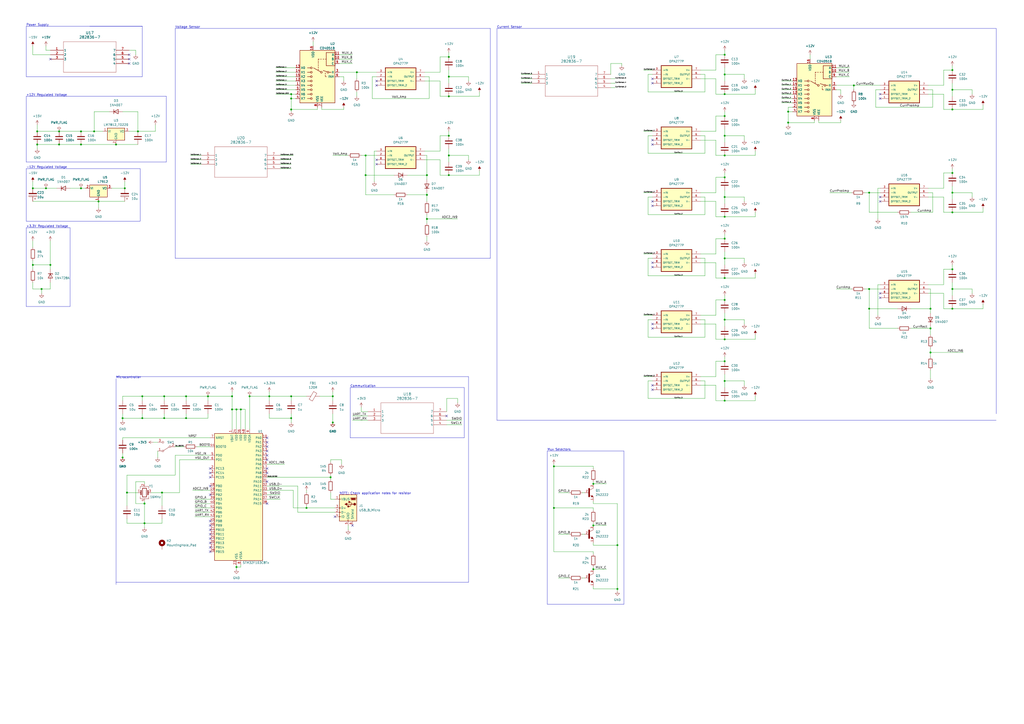
<source format=kicad_sch>
(kicad_sch (version 20230121) (generator eeschema)
  (paper "A2")
  (title_block (title "Senior Design") (date "2023-09-18") (company "Michael Mederos and Julio Barreto Tannoux"))
  (junction (at 95.25 242.57))
  (junction (at 26.67 109.22))
  (junction (at 539.75 190.5))
  (junction (at 107.95 242.57))
  (junction (at 552.45 63.5))
  (junction (at 57.15 116.84))
  (junction (at 80.01 76.2))
  (junction (at 168.91 57.15))
  (junction (at 420.37 43.18))
  (junction (at 260.35 101.6))
  (junction (at 19.05 109.22))
  (junction (at 260.35 44.45))
  (junction (at 19.05 153.67))
  (junction (at 420.37 125.73))
  (junction (at 504.19 111.76))
  (junction (at 420.37 161.29))
  (junction (at 137.16 237.49))
  (junction (at 344.17 330.2))
  (junction (at 457.2 71.12))
  (junction (at 21.59 76.2))
  (junction (at 46.99 83.82))
  (junction (at 177.8 294.64))
  (junction (at 191.77 276.86))
  (junction (at 552.45 179.07))
  (junction (at 137.16 328.93))
  (junction (at 260.35 33.02))
  (junction (at 73.66 285.75))
  (junction (at 67.31 83.82))
  (junction (at 29.21 153.67))
  (junction (at 504.19 179.07))
  (junction (at 344.17 280.67))
  (junction (at 144.78 229.87))
  (junction (at 193.04 229.87))
  (junction (at 495.3 49.53))
  (junction (at 420.37 173.99))
  (junction (at 107.95 229.87))
  (junction (at 552.45 111.76))
  (junction (at 457.2 64.77))
  (junction (at 46.99 76.2))
  (junction (at 260.35 90.17))
  (junction (at 54.61 76.2))
  (junction (at 93.98 285.75))
  (junction (at 420.37 78.74))
  (junction (at 358.14 316.23))
  (junction (at 120.65 229.87))
  (junction (at 34.29 83.82))
  (junction (at 552.45 123.19))
  (junction (at 321.31 294.64))
  (junction (at 420.37 138.43))
  (junction (at 83.82 292.1))
  (junction (at 82.55 242.57))
  (junction (at 156.21 229.87))
  (junction (at 552.45 100.33))
  (junction (at 420.37 54.61))
  (junction (at 193.04 245.11))
  (junction (at 420.37 232.41))
  (junction (at 72.39 109.22))
  (junction (at 420.37 149.86))
  (junction (at 420.37 185.42))
  (junction (at 34.29 76.2))
  (junction (at 420.37 220.98))
  (junction (at 247.65 127))
  (junction (at 83.82 303.53))
  (junction (at 539.75 179.07))
  (junction (at 71.12 242.57))
  (junction (at 95.25 229.87))
  (junction (at 420.37 90.17))
  (junction (at 139.7 237.49))
  (junction (at 24.13 167.64))
  (junction (at 46.99 109.22))
  (junction (at 358.14 341.63))
  (junction (at 168.91 54.61))
  (junction (at 134.62 229.87))
  (junction (at 247.65 113.03))
  (junction (at 552.45 156.21))
  (junction (at 552.45 167.64))
  (junction (at 420.37 209.55))
  (junction (at 134.62 237.49))
  (junction (at 71.12 265.43))
  (junction (at 420.37 67.31))
  (junction (at 212.09 90.17))
  (junction (at 420.37 114.3))
  (junction (at 344.17 304.8))
  (junction (at 539.75 204.47))
  (junction (at 420.37 31.75))
  (junction (at 321.31 270.51))
  (junction (at 260.35 55.88))
  (junction (at 247.65 101.6))
  (junction (at 420.37 102.87))
  (junction (at 260.35 78.74))
  (junction (at 168.91 63.5))
  (junction (at 207.01 41.91))
  (junction (at 168.91 229.87))
  (junction (at 420.37 196.85))
  (junction (at 212.09 101.6))
  (junction (at 82.55 229.87))
  (junction (at 504.19 167.64))
  (junction (at 552.45 52.07))
  (junction (at 168.91 242.57))
  (junction (at 21.59 83.82))
  (junction (at 552.45 40.64))
  (no_connect (at 154.94 274.32))
  (no_connect (at 74.93 36.83))
  (no_connect (at 121.92 320.04))
  (no_connect (at 218.44 95.25))
  (no_connect (at 121.92 309.88))
  (no_connect (at 378.46 223.52))
  (no_connect (at 378.46 119.38))
  (no_connect (at 194.31 299.72))
  (no_connect (at 154.94 256.54))
  (no_connect (at 154.94 264.16))
  (no_connect (at 154.94 279.4))
  (no_connect (at 378.46 116.84))
  (no_connect (at 29.21 34.29))
  (no_connect (at 74.93 31.75))
  (no_connect (at 121.92 271.78))
  (no_connect (at 378.46 152.4))
  (no_connect (at 378.46 81.28))
  (no_connect (at 510.54 54.61))
  (no_connect (at 154.94 271.78))
  (no_connect (at 154.94 254))
  (no_connect (at 378.46 48.26))
  (no_connect (at 121.92 287.02))
  (no_connect (at 121.92 312.42))
  (no_connect (at 121.92 304.8))
  (no_connect (at 74.93 34.29))
  (no_connect (at 510.54 57.15))
  (no_connect (at 204.47 304.8))
  (no_connect (at 154.94 266.7))
  (no_connect (at 510.54 172.72))
  (no_connect (at 378.46 45.72))
  (no_connect (at 121.92 302.26))
  (no_connect (at 510.54 170.18))
  (no_connect (at 121.92 314.96))
  (no_connect (at 378.46 226.06))
  (no_connect (at 378.46 190.5))
  (no_connect (at 510.54 114.3))
  (no_connect (at 121.92 276.86))
  (no_connect (at 259.08 241.3))
  (no_connect (at 378.46 154.94))
  (no_connect (at 121.92 307.34))
  (no_connect (at 218.44 46.99))
  (no_connect (at 154.94 259.08))
  (no_connect (at 378.46 83.82))
  (no_connect (at 218.44 49.53))
  (no_connect (at 154.94 261.62))
  (no_connect (at 378.46 187.96))
  (no_connect (at 121.92 281.94))
  (no_connect (at 510.54 116.84))
  (no_connect (at 121.92 274.32))
  (no_connect (at 154.94 292.1))
  (no_connect (at 121.92 317.5))
  (no_connect (at 218.44 92.71))
  (wire (pts (xy 110.49 92.71) (xy 116.84 92.71)))
  (wire (pts (xy 162.56 90.17) (xy 170.18 90.17)))
  (wire (pts (xy 510.54 109.22) (xy 509.27 109.22)))
  (wire (pts (xy 552.45 48.26) (xy 552.45 52.07)))
  (wire (pts (xy 504.19 179.07) (xy 504.19 190.5)))
  (wire (pts (xy 431.8 116.84) (xy 431.8 114.3)))
  (wire (pts (xy 415.29 138.43) (xy 420.37 138.43)))
  (wire (pts (xy 552.45 163.83) (xy 552.45 167.64)))
  (wire (pts (xy 415.29 116.84) (xy 415.29 125.73)))
  (wire (pts (xy 255.27 33.02) (xy 260.35 33.02)))
  (wire (pts (xy 375.92 43.18) (xy 375.92 53.34)))
  (wire (pts (xy 93.98 285.75) (xy 104.14 285.75)))
  (wire (pts (xy 271.78 46.99) (xy 271.78 44.45)))
  (wire (pts (xy 255.27 87.63) (xy 246.38 87.63)))
  (wire (pts (xy 354.33 43.18) (xy 354.33 36.83)))
  (wire (pts (xy 495.3 49.53) (xy 510.54 49.53)))
  (wire (pts (xy 378.46 185.42) (xy 375.92 185.42)))
  (wire (pts (xy 271.78 90.17) (xy 260.35 90.17)))
  (wire (pts (xy 168.91 63.5) (xy 168.91 64.77)))
  (wire (pts (xy 415.29 218.44) (xy 406.4 218.44)))
  (wire (pts (xy 415.29 81.28) (xy 406.4 81.28)))
  (wire (pts (xy 563.88 52.07) (xy 552.45 52.07)))
  (polyline (pts (xy 101.6 149.86) (xy 284.48 149.86)))
  (wire (pts (xy 570.23 179.07) (xy 570.23 176.53)))
  (wire (pts (xy 172.72 281.94) (xy 172.72 297.18)))
  (wire (pts (xy 438.15 54.61) (xy 438.15 52.07)))
  (wire (pts (xy 160.02 44.45) (xy 171.45 44.45)))
  (wire (pts (xy 104.14 285.75) (xy 104.14 266.7)))
  (wire (pts (xy 375.92 220.98) (xy 375.92 231.14)))
  (wire (pts (xy 255.27 46.99) (xy 255.27 55.88)))
  (wire (pts (xy 504.19 111.76) (xy 510.54 111.76)))
  (wire (pts (xy 354.33 50.8) (xy 356.87 50.8)))
  (wire (pts (xy 160.02 52.07) (xy 171.45 52.07)))
  (wire (pts (xy 408.94 160.02) (xy 408.94 149.86)))
  (wire (pts (xy 168.91 242.57) (xy 168.91 245.11)))
  (wire (pts (xy 453.39 57.15) (xy 459.74 57.15)))
  (wire (pts (xy 67.31 83.82) (xy 80.01 83.82)))
  (wire (pts (xy 19.05 31.75) (xy 19.05 26.67)))
  (wire (pts (xy 408.94 88.9) (xy 408.94 78.74)))
  (wire (pts (xy 186.69 63.5) (xy 199.39 63.5)))
  (wire (pts (xy 21.59 83.82) (xy 34.29 83.82)))
  (wire (pts (xy 95.25 229.87) (xy 107.95 229.87)))
  (wire (pts (xy 177.8 293.37) (xy 177.8 294.64)))
  (wire (pts (xy 217.17 87.63) (xy 217.17 105.41)))
  (wire (pts (xy 457.2 64.77) (xy 457.2 71.12)))
  (polyline (pts (xy 15.24 55.88) (xy 96.52 55.88)))
  (wire (pts (xy 78.74 292.1) (xy 78.74 279.4)))
  (wire (pts (xy 415.29 152.4) (xy 406.4 152.4)))
  (wire (pts (xy 21.59 76.2) (xy 34.29 76.2)))
  (wire (pts (xy 83.82 306.07) (xy 83.82 303.53)))
  (polyline (pts (xy 288.29 16.51) (xy 288.29 243.84)))
  (wire (pts (xy 19.05 116.84) (xy 57.15 116.84)))
  (wire (pts (xy 207.01 41.91) (xy 218.44 41.91)))
  (polyline (pts (xy 15.24 97.79) (xy 15.24 128.27)))
  (wire (pts (xy 212.09 90.17) (xy 218.44 90.17)))
  (wire (pts (xy 539.75 179.07) (xy 528.32 179.07)))
  (wire (pts (xy 34.29 83.82) (xy 46.99 83.82)))
  (wire (pts (xy 255.27 41.91) (xy 246.38 41.91)))
  (wire (pts (xy 415.29 232.41) (xy 420.37 232.41)))
  (wire (pts (xy 57.15 116.84) (xy 72.39 116.84)))
  (wire (pts (xy 170.18 294.64) (xy 177.8 294.64)))
  (wire (pts (xy 373.38 182.88) (xy 378.46 182.88)))
  (wire (pts (xy 321.31 320.04) (xy 344.17 320.04)))
  (wire (pts (xy 255.27 101.6) (xy 260.35 101.6)))
  (wire (pts (xy 160.02 54.61) (xy 168.91 54.61)))
  (wire (pts (xy 34.29 76.2) (xy 46.99 76.2)))
  (wire (pts (xy 375.92 195.58) (xy 408.94 195.58)))
  (wire (pts (xy 71.12 232.41) (xy 71.12 229.87)))
  (wire (pts (xy 82.55 242.57) (xy 71.12 242.57)))
  (wire (pts (xy 113.03 294.64) (xy 121.92 294.64)))
  (wire (pts (xy 344.17 320.04) (xy 344.17 321.31)))
  (wire (pts (xy 344.17 328.93) (xy 344.17 330.2)))
  (wire (pts (xy 71.12 254) (xy 71.12 255.27)))
  (polyline (pts (xy 40.64 177.8) (xy 40.64 132.08)))
  (wire (pts (xy 415.29 147.32) (xy 406.4 147.32)))
  (wire (pts (xy 156.21 227.33) (xy 156.21 229.87)))
  (wire (pts (xy 184.15 63.5) (xy 184.15 62.23)))
  (wire (pts (xy 110.49 90.17) (xy 116.84 90.17)))
  (wire (pts (xy 495.3 49.53) (xy 495.3 52.07)))
  (wire (pts (xy 504.19 123.19) (xy 504.19 111.76)))
  (wire (pts (xy 375.92 149.86) (xy 375.92 160.02)))
  (wire (pts (xy 375.92 124.46) (xy 408.94 124.46)))
  (wire (pts (xy 308.61 43.18) (xy 302.26 43.18)))
  (wire (pts (xy 438.15 161.29) (xy 438.15 158.75)))
  (wire (pts (xy 510.54 52.07) (xy 508 52.07)))
  (wire (pts (xy 547.37 170.18) (xy 547.37 179.07)))
  (wire (pts (xy 453.39 52.07) (xy 459.74 52.07)))
  (wire (pts (xy 420.37 90.17) (xy 438.15 90.17)))
  (wire (pts (xy 21.59 72.39) (xy 21.59 76.2)))
  (wire (pts (xy 459.74 64.77) (xy 457.2 64.77)))
  (wire (pts (xy 420.37 100.33) (xy 420.37 102.87)))
  (wire (pts (xy 142.24 237.49) (xy 139.7 237.49)))
  (wire (pts (xy 344.17 292.1) (xy 344.17 290.83)))
  (wire (pts (xy 547.37 40.64) (xy 552.45 40.64)))
  (wire (pts (xy 247.65 90.17) (xy 247.65 101.6)))
  (polyline (pts (xy 101.6 16.51) (xy 101.6 149.86)))
  (wire (pts (xy 420.37 78.74) (xy 420.37 82.55)))
  (wire (pts (xy 247.65 113.03) (xy 247.65 116.84)))
  (wire (pts (xy 107.95 240.03) (xy 107.95 242.57)))
  (wire (pts (xy 80.01 64.77) (xy 80.01 76.2)))
  (wire (pts (xy 457.2 71.12) (xy 457.2 72.39)))
  (wire (pts (xy 185.42 229.87) (xy 193.04 229.87)))
  (wire (pts (xy 247.65 124.46) (xy 247.65 127)))
  (wire (pts (xy 160.02 39.37) (xy 171.45 39.37)))
  (wire (pts (xy 570.23 123.19) (xy 570.23 120.65)))
  (wire (pts (xy 212.09 113.03) (xy 228.6 113.03)))
  (wire (pts (xy 420.37 29.21) (xy 420.37 31.75)))
  (wire (pts (xy 457.2 71.12) (xy 472.44 71.12)))
  (wire (pts (xy 113.03 299.72) (xy 121.92 299.72)))
  (wire (pts (xy 344.17 295.91) (xy 344.17 294.64)))
  (wire (pts (xy 552.45 107.95) (xy 552.45 111.76)))
  (wire (pts (xy 408.94 195.58) (xy 408.94 185.42)))
  (wire (pts (xy 104.14 266.7) (xy 121.92 266.7)))
  (wire (pts (xy 162.56 95.25) (xy 168.91 95.25)))
  (wire (pts (xy 209.55 236.22) (xy 209.55 238.76)))
  (wire (pts (xy 209.55 90.17) (xy 212.09 90.17)))
  (wire (pts (xy 547.37 100.33) (xy 547.37 109.22)))
  (wire (pts (xy 485.14 167.64) (xy 494.03 167.64)))
  (wire (pts (xy 162.56 289.56) (xy 154.94 289.56)))
  (wire (pts (xy 547.37 179.07) (xy 552.45 179.07)))
  (wire (pts (xy 487.68 71.12) (xy 487.68 69.85)))
  (wire (pts (xy 137.16 328.93) (xy 137.16 330.2)))
  (wire (pts (xy 420.37 43.18) (xy 420.37 46.99)))
  (wire (pts (xy 137.16 327.66) (xy 137.16 328.93)))
  (wire (pts (xy 154.94 284.48) (xy 170.18 284.48)))
  (wire (pts (xy 64.77 109.22) (xy 72.39 109.22)))
  (wire (pts (xy 172.72 281.94) (xy 154.94 281.94)))
  (wire (pts (xy 255.27 92.71) (xy 255.27 101.6)))
  (wire (pts (xy 191.77 285.75) (xy 191.77 289.56)))
  (wire (pts (xy 308.61 45.72) (xy 302.26 45.72)))
  (wire (pts (xy 509.27 109.22) (xy 509.27 127)))
  (wire (pts (xy 162.56 92.71) (xy 168.91 92.71)))
  (wire (pts (xy 547.37 63.5) (xy 552.45 63.5)))
  (wire (pts (xy 344.17 316.23) (xy 358.14 316.23)))
  (wire (pts (xy 438.15 125.73) (xy 438.15 123.19)))
  (wire (pts (xy 113.03 292.1) (xy 121.92 292.1)))
  (wire (pts (xy 415.29 45.72) (xy 415.29 54.61)))
  (wire (pts (xy 420.37 125.73) (xy 438.15 125.73)))
  (wire (pts (xy 415.29 67.31) (xy 415.29 76.2)))
  (wire (pts (xy 420.37 217.17) (xy 420.37 220.98)))
  (wire (pts (xy 134.62 227.33) (xy 134.62 229.87)))
  (wire (pts (xy 207.01 55.88) (xy 207.01 53.34)))
  (wire (pts (xy 431.8 223.52) (xy 431.8 220.98)))
  (wire (pts (xy 168.91 232.41) (xy 168.91 229.87)))
  (wire (pts (xy 321.31 270.51) (xy 321.31 294.64)))
  (polyline (pts (xy 67.31 337.82) (xy 271.78 337.82)))
  (wire (pts (xy 191.77 275.59) (xy 191.77 276.86)))
  (wire (pts (xy 194.31 289.56) (xy 191.77 289.56)))
  (polyline (pts (xy 203.2 224.79) (xy 269.24 224.79)))
  (wire (pts (xy 74.93 76.2) (xy 80.01 76.2)))
  (wire (pts (xy 168.91 229.87) (xy 177.8 229.87)))
  (wire (pts (xy 248.92 44.45) (xy 248.92 57.15)))
  (wire (pts (xy 415.29 116.84) (xy 406.4 116.84)))
  (wire (pts (xy 260.35 76.2) (xy 260.35 78.74)))
  (wire (pts (xy 563.88 167.64) (xy 552.45 167.64)))
  (wire (pts (xy 547.37 54.61) (xy 547.37 63.5)))
  (polyline (pts (xy 284.48 149.86) (xy 284.48 16.51)))
  (wire (pts (xy 171.45 54.61) (xy 168.91 54.61)))
  (wire (pts (xy 469.9 31.75) (xy 469.9 34.29)))
  (polyline (pts (xy 15.24 44.45) (xy 82.55 44.45)))
  (wire (pts (xy 71.12 262.89) (xy 71.12 265.43)))
  (wire (pts (xy 271.78 92.71) (xy 271.78 90.17)))
  (wire (pts (xy 563.88 114.3) (xy 563.88 111.76)))
  (wire (pts (xy 358.14 316.23) (xy 358.14 341.63)))
  (wire (pts (xy 378.46 220.98) (xy 375.92 220.98)))
  (wire (pts (xy 539.75 189.23) (xy 539.75 190.5)))
  (wire (pts (xy 19.05 151.13) (xy 19.05 153.67)))
  (wire (pts (xy 199.39 44.45) (xy 199.39 46.99)))
  (wire (pts (xy 474.98 71.12) (xy 487.68 71.12)))
  (wire (pts (xy 330.2 285.75) (xy 323.85 285.75)))
  (wire (pts (xy 144.78 229.87) (xy 144.78 248.92)))
  (polyline (pts (xy 82.55 15.24) (xy 15.24 15.24)))
  (wire (pts (xy 29.21 153.67) (xy 29.21 156.21)))
  (polyline (pts (xy 317.5 350.52) (xy 361.95 350.52)))
  (wire (pts (xy 431.8 187.96) (xy 431.8 185.42)))
  (wire (pts (xy 83.82 279.4) (xy 83.82 280.67)))
  (wire (pts (xy 156.21 240.03) (xy 156.21 242.57)))
  (wire (pts (xy 420.37 114.3) (xy 420.37 118.11)))
  (wire (pts (xy 453.39 54.61) (xy 459.74 54.61)))
  (wire (pts (xy 420.37 207.01) (xy 420.37 209.55)))
  (wire (pts (xy 83.82 292.1) (xy 78.74 292.1)))
  (wire (pts (xy 186.69 63.5) (xy 186.69 62.23)))
  (wire (pts (xy 358.14 341.63) (xy 358.14 342.9)))
  (wire (pts (xy 73.66 285.75) (xy 73.66 275.59)))
  (wire (pts (xy 24.13 167.64) (xy 29.21 167.64)))
  (wire (pts (xy 415.29 223.52) (xy 415.29 232.41)))
  (wire (pts (xy 547.37 54.61) (xy 538.48 54.61)))
  (wire (pts (xy 539.75 214.63) (xy 539.75 219.71)))
  (wire (pts (xy 431.8 149.86) (xy 420.37 149.86)))
  (wire (pts (xy 168.91 242.57) (xy 168.91 240.03)))
  (wire (pts (xy 139.7 327.66) (xy 139.7 328.93)))
  (wire (pts (xy 308.61 48.26) (xy 302.26 48.26)))
  (wire (pts (xy 453.39 59.69) (xy 459.74 59.69)))
  (wire (pts (xy 107.95 229.87) (xy 120.65 229.87)))
  (wire (pts (xy 218.44 87.63) (xy 217.17 87.63)))
  (wire (pts (xy 504.19 167.64) (xy 510.54 167.64)))
  (wire (pts (xy 255.27 55.88) (xy 260.35 55.88)))
  (wire (pts (xy 87.63 285.75) (xy 93.98 285.75)))
  (wire (pts (xy 321.31 294.64) (xy 344.17 294.64)))
  (wire (pts (xy 46.99 83.82) (xy 67.31 83.82)))
  (wire (pts (xy 29.21 163.83) (xy 29.21 167.64)))
  (wire (pts (xy 415.29 102.87) (xy 415.29 111.76)))
  (polyline (pts (xy 52.07 15.24) (xy 82.55 15.24)))
  (wire (pts (xy 113.03 289.56) (xy 121.92 289.56)))
  (wire (pts (xy 431.8 78.74) (xy 420.37 78.74)))
  (wire (pts (xy 375.92 160.02) (xy 408.94 160.02)))
  (polyline (pts (xy 317.5 261.62) (xy 317.5 350.52)))
  (wire (pts (xy 191.77 276.86) (xy 191.77 278.13)))
  (wire (pts (xy 63.5 64.77) (xy 54.61 64.77)))
  (wire (pts (xy 337.82 309.88) (xy 339.09 309.88)))
  (wire (pts (xy 26.67 109.22) (xy 33.02 109.22)))
  (wire (pts (xy 485.14 49.53) (xy 495.3 49.53)))
  (wire (pts (xy 78.74 279.4) (xy 83.82 279.4)))
  (wire (pts (xy 508 62.23) (xy 541.02 62.23)))
  (wire (pts (xy 196.85 44.45) (xy 199.39 44.45)))
  (wire (pts (xy 168.91 57.15) (xy 168.91 63.5)))
  (wire (pts (xy 563.88 54.61) (xy 563.88 52.07)))
  (wire (pts (xy 212.09 90.17) (xy 212.09 101.6)))
  (wire (pts (xy 415.29 187.96) (xy 415.29 196.85)))
  (wire (pts (xy 71.12 242.57) (xy 71.12 240.03)))
  (wire (pts (xy 547.37 165.1) (xy 538.48 165.1)))
  (wire (pts (xy 171.45 57.15) (xy 168.91 57.15)))
  (wire (pts (xy 95.25 240.03) (xy 95.25 242.57)))
  (wire (pts (xy 142.24 237.49) (xy 142.24 248.92)))
  (wire (pts (xy 168.91 229.87) (xy 156.21 229.87)))
  (wire (pts (xy 267.97 243.84) (xy 259.08 243.84)))
  (wire (pts (xy 474.98 71.12) (xy 474.98 69.85)))
  (wire (pts (xy 408.94 53.34) (xy 408.94 43.18)))
  (wire (pts (xy 196.85 41.91) (xy 207.01 41.91)))
  (wire (pts (xy 71.12 229.87) (xy 82.55 229.87)))
  (wire (pts (xy 415.29 138.43) (xy 415.29 147.32)))
  (wire (pts (xy 154.94 269.24) (xy 165.1 269.24)))
  (polyline (pts (xy 15.24 128.27) (xy 81.28 128.27)))
  (wire (pts (xy 552.45 111.76) (xy 552.45 115.57)))
  (wire (pts (xy 420.37 135.89) (xy 420.37 138.43)))
  (wire (pts (xy 481.33 111.76) (xy 494.03 111.76)))
  (wire (pts (xy 373.38 40.64) (xy 378.46 40.64)))
  (wire (pts (xy 373.38 111.76) (xy 378.46 111.76)))
  (wire (pts (xy 378.46 114.3) (xy 375.92 114.3)))
  (wire (pts (xy 80.01 285.75) (xy 73.66 285.75)))
  (wire (pts (xy 134.62 237.49) (xy 134.62 248.92)))
  (wire (pts (xy 207.01 45.72) (xy 207.01 41.91)))
  (wire (pts (xy 95.25 242.57) (xy 82.55 242.57)))
  (wire (pts (xy 101.6 275.59) (xy 101.6 264.16)))
  (wire (pts (xy 420.37 74.93) (xy 420.37 78.74)))
  (polyline (pts (xy 577.85 240.03) (xy 577.85 16.51)))
  (wire (pts (xy 541.02 62.23) (xy 541.02 52.07)))
  (wire (pts (xy 358.14 292.1) (xy 344.17 292.1)))
  (wire (pts (xy 344.17 330.2) (xy 351.79 330.2)))
  (polyline (pts (xy 101.6 16.51) (xy 284.48 16.51)))
  (wire (pts (xy 539.75 201.93) (xy 539.75 204.47)))
  (wire (pts (xy 344.17 304.8) (xy 351.79 304.8)))
  (wire (pts (xy 415.29 54.61) (xy 420.37 54.61)))
  (polyline (pts (xy 361.95 350.52) (xy 361.95 261.62)))
  (wire (pts (xy 177.8 294.64) (xy 194.31 294.64)))
  (wire (pts (xy 162.56 97.79) (xy 168.91 97.79)))
  (wire (pts (xy 408.94 185.42) (xy 406.4 185.42)))
  (wire (pts (xy 547.37 49.53) (xy 538.48 49.53)))
  (wire (pts (xy 415.29 187.96) (xy 406.4 187.96)))
  (wire (pts (xy 204.47 31.75) (xy 196.85 31.75)))
  (wire (pts (xy 453.39 49.53) (xy 459.74 49.53)))
  (wire (pts (xy 504.19 167.64) (xy 504.19 179.07)))
  (wire (pts (xy 552.45 123.19) (xy 570.23 123.19)))
  (wire (pts (xy 375.92 231.14) (xy 408.94 231.14)))
  (wire (pts (xy 547.37 109.22) (xy 538.48 109.22)))
  (wire (pts (xy 54.61 76.2) (xy 59.69 76.2)))
  (wire (pts (xy 19.05 105.41) (xy 19.05 109.22)))
  (wire (pts (xy 95.25 229.87) (xy 95.25 232.41)))
  (polyline (pts (xy 82.55 15.24) (xy 82.55 44.45)))
  (wire (pts (xy 265.43 231.14) (xy 265.43 233.68)))
  (wire (pts (xy 246.38 90.17) (xy 247.65 90.17)))
  (wire (pts (xy 73.66 303.53) (xy 73.66 300.99)))
  (wire (pts (xy 82.55 229.87) (xy 82.55 232.41)))
  (wire (pts (xy 415.29 209.55) (xy 415.29 218.44)))
  (wire (pts (xy 378.46 43.18) (xy 375.92 43.18)))
  (wire (pts (xy 80.01 76.2) (xy 90.17 76.2)))
  (wire (pts (xy 375.92 88.9) (xy 408.94 88.9)))
  (wire (pts (xy 247.65 101.6) (xy 236.22 101.6)))
  (wire (pts (xy 120.65 229.87) (xy 134.62 229.87)))
  (wire (pts (xy 375.92 185.42) (xy 375.92 195.58)))
  (wire (pts (xy 19.05 139.7) (xy 19.05 143.51)))
  (wire (pts (xy 472.44 71.12) (xy 472.44 69.85)))
  (wire (pts (xy 204.47 36.83) (xy 196.85 36.83)))
  (wire (pts (xy 29.21 31.75) (xy 19.05 31.75)))
  (wire (pts (xy 139.7 328.93) (xy 137.16 328.93)))
  (wire (pts (xy 358.14 292.1) (xy 358.14 316.23)))
  (wire (pts (xy 344.17 280.67) (xy 351.79 280.67)))
  (wire (pts (xy 247.65 111.76) (xy 247.65 113.03)))
  (wire (pts (xy 83.82 303.53) (xy 73.66 303.53)))
  (wire (pts (xy 420.37 220.98) (xy 420.37 224.79)))
  (wire (pts (xy 547.37 114.3) (xy 547.37 123.19)))
  (wire (pts (xy 72.39 105.41) (xy 72.39 109.22)))
  (wire (pts (xy 508 52.07) (xy 508 62.23)))
  (wire (pts (xy 528.32 123.19) (xy 541.02 123.19)))
  (wire (pts (xy 344.17 303.53) (xy 344.17 304.8)))
  (wire (pts (xy 139.7 237.49) (xy 137.16 237.49)))
  (wire (pts (xy 415.29 31.75) (xy 420.37 31.75)))
  (wire (pts (xy 255.27 78.74) (xy 260.35 78.74)))
  (wire (pts (xy 547.37 156.21) (xy 547.37 165.1)))
  (wire (pts (xy 438.15 232.41) (xy 438.15 229.87)))
  (wire (pts (xy 191.77 266.7) (xy 191.77 267.97)))
  (wire (pts (xy 160.02 49.53) (xy 171.45 49.53)))
  (wire (pts (xy 408.94 231.14) (xy 408.94 220.98)))
  (wire (pts (xy 260.35 86.36) (xy 260.35 90.17)))
  (wire (pts (xy 247.65 127) (xy 247.65 129.54)))
  (wire (pts (xy 212.09 101.6) (xy 212.09 113.03)))
  (wire (pts (xy 487.68 52.07) (xy 487.68 54.61)))
  (polyline (pts (xy 577.85 16.51) (xy 288.29 16.51)))
  (wire (pts (xy 83.82 290.83) (xy 83.82 292.1)))
  (wire (pts (xy 71.12 64.77) (xy 80.01 64.77)))
  (wire (pts (xy 73.66 275.59) (xy 101.6 275.59)))
  (wire (pts (xy 113.03 297.18) (xy 121.92 297.18)))
  (wire (pts (xy 321.31 270.51) (xy 344.17 270.51)))
  (wire (pts (xy 93.98 285.75) (xy 93.98 293.37)))
  (wire (pts (xy 90.17 76.2) (xy 90.17 72.39)))
  (wire (pts (xy 134.62 229.87) (xy 134.62 237.49)))
  (wire (pts (xy 82.55 229.87) (xy 95.25 229.87)))
  (wire (pts (xy 431.8 43.18) (xy 420.37 43.18)))
  (wire (pts (xy 539.75 204.47) (xy 558.8 204.47)))
  (wire (pts (xy 255.27 92.71) (xy 246.38 92.71)))
  (wire (pts (xy 552.45 153.67) (xy 552.45 156.21)))
  (wire (pts (xy 101.6 259.08) (xy 106.68 259.08)))
  (wire (pts (xy 420.37 39.37) (xy 420.37 43.18)))
  (wire (pts (xy 552.45 63.5) (xy 570.23 63.5)))
  (wire (pts (xy 420.37 185.42) (xy 420.37 189.23)))
  (wire (pts (xy 139.7 237.49) (xy 139.7 248.92)))
  (polyline (pts (xy 203.2 254) (xy 269.24 254)))
  (wire (pts (xy 193.04 90.17) (xy 201.93 90.17)))
  (wire (pts (xy 260.35 44.45) (xy 260.35 48.26)))
  (wire (pts (xy 215.9 57.15) (xy 248.92 57.15)))
  (wire (pts (xy 344.17 340.36) (xy 344.17 341.63)))
  (wire (pts (xy 247.65 137.16) (xy 247.65 139.7)))
  (wire (pts (xy 415.29 76.2) (xy 406.4 76.2)))
  (wire (pts (xy 431.8 152.4) (xy 431.8 149.86)))
  (wire (pts (xy 71.12 243.84) (xy 71.12 242.57)))
  (wire (pts (xy 528.32 190.5) (xy 539.75 190.5)))
  (wire (pts (xy 408.94 43.18) (xy 406.4 43.18)))
  (wire (pts (xy 420.37 181.61) (xy 420.37 185.42)))
  (wire (pts (xy 199.39 63.5) (xy 199.39 62.23)))
  (wire (pts (xy 547.37 114.3) (xy 538.48 114.3)))
  (wire (pts (xy 74.93 29.21) (xy 78.74 29.21)))
  (wire (pts (xy 509.27 165.1) (xy 509.27 182.88)))
  (wire (pts (xy 260.35 90.17) (xy 260.35 93.98)))
  (wire (pts (xy 111.76 284.48) (xy 121.92 284.48)))
  (wire (pts (xy 457.2 62.23) (xy 457.2 64.77)))
  (wire (pts (xy 378.46 149.86) (xy 375.92 149.86)))
  (polyline (pts (xy 15.24 97.79) (xy 81.28 97.79)))
  (wire (pts (xy 321.31 269.24) (xy 321.31 270.51)))
  (wire (pts (xy 415.29 173.99) (xy 415.29 182.88)))
  (wire (pts (xy 501.65 167.64) (xy 504.19 167.64)))
  (wire (pts (xy 459.74 62.23) (xy 457.2 62.23)))
  (wire (pts (xy 373.38 76.2) (xy 378.46 76.2)))
  (wire (pts (xy 19.05 153.67) (xy 29.21 153.67)))
  (wire (pts (xy 24.13 167.64) (xy 24.13 170.18)))
  (wire (pts (xy 344.17 341.63) (xy 358.14 341.63)))
  (wire (pts (xy 204.47 243.84) (xy 213.36 243.84)))
  (wire (pts (xy 547.37 123.19) (xy 552.45 123.19)))
  (wire (pts (xy 373.38 147.32) (xy 378.46 147.32)))
  (wire (pts (xy 259.08 231.14) (xy 265.43 231.14)))
  (wire (pts (xy 88.9 256.54) (xy 91.44 256.54)))
  (wire (pts (xy 547.37 156.21) (xy 552.45 156.21)))
  (wire (pts (xy 539.75 179.07) (xy 539.75 181.61)))
  (wire (pts (xy 246.38 44.45) (xy 248.92 44.45)))
  (wire (pts (xy 541.02 111.76) (xy 538.48 111.76)))
  (wire (pts (xy 120.65 240.03) (xy 120.65 242.57)))
  (wire (pts (xy 408.94 78.74) (xy 406.4 78.74)))
  (wire (pts (xy 201.93 304.8) (xy 201.93 307.34)))
  (wire (pts (xy 344.17 280.67) (xy 344.17 279.4)))
  (wire (pts (xy 541.02 123.19) (xy 541.02 111.76)))
  (wire (pts (xy 408.94 124.46) (xy 408.94 114.3)))
  (polyline (pts (xy 67.31 218.44) (xy 271.78 218.44)))
  (polyline (pts (xy 67.31 219.71) (xy 67.31 339.09)))
  (wire (pts (xy 415.29 161.29) (xy 420.37 161.29)))
  (wire (pts (xy 431.8 114.3) (xy 420.37 114.3)))
  (wire (pts (xy 415.29 182.88) (xy 406.4 182.88)))
  (wire (pts (xy 415.29 81.28) (xy 415.29 90.17)))
  (wire (pts (xy 154.94 276.86) (xy 191.77 276.86)))
  (wire (pts (xy 415.29 31.75) (xy 415.29 40.64)))
  (wire (pts (xy 344.17 314.96) (xy 344.17 316.23)))
  (wire (pts (xy 492.76 41.91) (xy 485.14 41.91)))
  (polyline (pts (xy 15.24 55.88) (xy 15.24 93.98)))
  (wire (pts (xy 156.21 229.87) (xy 144.78 229.87)))
  (wire (pts (xy 408.94 220.98) (xy 406.4 220.98)))
  (wire (pts (xy 255.27 33.02) (xy 255.27 41.91)))
  (wire (pts (xy 323.85 309.88) (xy 330.2 309.88)))
  (wire (pts (xy 485.14 52.07) (xy 487.68 52.07)))
  (wire (pts (xy 46.99 109.22) (xy 49.53 109.22)))
  (wire (pts (xy 504.19 190.5) (xy 520.7 190.5)))
  (wire (pts (xy 156.21 229.87) (xy 156.21 232.41)))
  (wire (pts (xy 375.92 78.74) (xy 375.92 88.9)))
  (wire (pts (xy 415.29 152.4) (xy 415.29 161.29)))
  (wire (pts (xy 552.45 38.1) (xy 552.45 40.64)))
  (wire (pts (xy 215.9 57.15) (xy 215.9 44.45)))
  (wire (pts (xy 552.45 167.64) (xy 552.45 171.45)))
  (wire (pts (xy 259.08 238.76) (xy 259.08 231.14)))
  (wire (pts (xy 344.17 271.78) (xy 344.17 270.51)))
  (wire (pts (xy 93.98 300.99) (xy 93.98 303.53)))
  (wire (pts (xy 337.82 335.28) (xy 339.09 335.28)))
  (wire (pts (xy 29.21 139.7) (xy 29.21 153.67)))
  (wire (pts (xy 453.39 46.99) (xy 459.74 46.99)))
  (wire (pts (xy 538.48 167.64) (xy 539.75 167.64)))
  (wire (pts (xy 415.29 90.17) (xy 420.37 90.17)))
  (wire (pts (xy 83.82 303.53) (xy 93.98 303.53)))
  (wire (pts (xy 337.82 285.75) (xy 339.09 285.75)))
  (wire (pts (xy 107.95 229.87) (xy 107.95 232.41)))
  (wire (pts (xy 547.37 170.18) (xy 538.48 170.18)))
  (wire (pts (xy 21.59 83.82) (xy 21.59 86.36)))
  (wire (pts (xy 354.33 48.26) (xy 356.87 48.26)))
  (wire (pts (xy 420.37 54.61) (xy 438.15 54.61)))
  (polyline (pts (xy 317.5 261.62) (xy 361.95 261.62)))
  (wire (pts (xy 260.35 101.6) (xy 278.13 101.6)))
  (wire (pts (xy 420.37 110.49) (xy 420.37 114.3)))
  (wire (pts (xy 204.47 241.3) (xy 213.36 241.3)))
  (wire (pts (xy 120.65 242.57) (xy 107.95 242.57)))
  (wire (pts (xy 415.29 125.73) (xy 420.37 125.73)))
  (wire (pts (xy 255.27 46.99) (xy 246.38 46.99)))
  (wire (pts (xy 107.95 242.57) (xy 95.25 242.57)))
  (polyline (pts (xy 288.29 243.84) (xy 577.85 243.84)))
  (wire (pts (xy 160.02 41.91) (xy 171.45 41.91)))
  (wire (pts (xy 360.68 36.83) (xy 360.68 38.1)))
  (wire (pts (xy 19.05 163.83) (xy 19.05 167.64)))
  (wire (pts (xy 415.29 223.52) (xy 406.4 223.52)))
  (polyline (pts (xy 269.24 224.79) (xy 269.24 254)))
  (wire (pts (xy 260.35 40.64) (xy 260.35 44.45)))
  (wire (pts (xy 278.13 101.6) (xy 278.13 99.06)))
  (wire (pts (xy 415.29 173.99) (xy 420.37 173.99)))
  (wire (pts (xy 101.6 264.16) (xy 121.92 264.16)))
  (wire (pts (xy 78.74 29.21) (xy 78.74 31.75)))
  (wire (pts (xy 420.37 146.05) (xy 420.37 149.86)))
  (wire (pts (xy 415.29 67.31) (xy 420.37 67.31)))
  (wire (pts (xy 212.09 101.6) (xy 228.6 101.6)))
  (wire (pts (xy 321.31 294.64) (xy 321.31 320.04)))
  (wire (pts (xy 431.8 185.42) (xy 420.37 185.42)))
  (wire (pts (xy 134.62 237.49) (xy 137.16 237.49)))
  (wire (pts (xy 19.05 167.64) (xy 24.13 167.64)))
  (wire (pts (xy 552.45 97.79) (xy 552.45 100.33)))
  (wire (pts (xy 378.46 78.74) (xy 375.92 78.74)))
  (wire (pts (xy 54.61 64.77) (xy 54.61 76.2)))
  (wire (pts (xy 198.12 266.7) (xy 191.77 266.7)))
  (wire (pts (xy 415.29 102.87) (xy 420.37 102.87)))
  (wire (pts (xy 415.29 111.76) (xy 406.4 111.76)))
  (wire (pts (xy 170.18 284.48) (xy 170.18 294.64)))
  (wire (pts (xy 110.49 95.25) (xy 116.84 95.25)))
  (wire (pts (xy 539.75 167.64) (xy 539.75 179.07)))
  (wire (pts (xy 193.04 227.33) (xy 193.04 229.87)))
  (polyline (pts (xy 15.24 132.08) (xy 40.64 132.08)))
  (wire (pts (xy 431.8 45.72) (xy 431.8 43.18)))
  (wire (pts (xy 260.35 55.88) (xy 278.13 55.88)))
  (wire (pts (xy 209.55 238.76) (xy 213.36 238.76)))
  (wire (pts (xy 373.38 218.44) (xy 378.46 218.44)))
  (wire (pts (xy 247.65 127) (xy 265.43 127)))
  (wire (pts (xy 154.94 287.02) (xy 162.56 287.02)))
  (wire (pts (xy 552.45 179.07) (xy 570.23 179.07)))
  (wire (pts (xy 19.05 153.67) (xy 19.05 156.21)))
  (wire (pts (xy 492.76 39.37) (xy 485.14 39.37)))
  (wire (pts (xy 563.88 170.18) (xy 563.88 167.64)))
  (wire (pts (xy 420.37 161.29) (xy 438.15 161.29)))
  (wire (pts (xy 168.91 63.5) (xy 184.15 63.5)))
  (wire (pts (xy 539.75 190.5) (xy 539.75 194.31)))
  (wire (pts (xy 431.8 81.28) (xy 431.8 78.74)))
  (wire (pts (xy 181.61 24.13) (xy 181.61 26.67)))
  (polyline (pts (xy 81.28 128.27) (xy 81.28 97.79)))
  (wire (pts (xy 19.05 109.22) (xy 26.67 109.22)))
  (polyline (pts (xy 96.52 93.98) (xy 96.52 55.88)))
  (wire (pts (xy 408.94 149.86) (xy 406.4 149.86)))
  (wire (pts (xy 492.76 44.45) (xy 485.14 44.45)))
  (wire (pts (xy 375.92 53.34) (xy 408.94 53.34)))
  (wire (pts (xy 547.37 40.64) (xy 547.37 49.53)))
  (wire (pts (xy 26.67 29.21) (xy 26.67 26.67)))
  (wire (pts (xy 501.65 111.76) (xy 504.19 111.76)))
  (wire (pts (xy 177.8 284.48) (xy 177.8 285.75)))
  (wire (pts (xy 438.15 90.17) (xy 438.15 87.63)))
  (polyline (pts (xy 271.78 337.82) (xy 271.78 218.44)))
  (polyline (pts (xy 15.24 15.24) (xy 15.24 44.45)))
  (wire (pts (xy 114.3 259.08) (xy 121.92 259.08)))
  (wire (pts (xy 255.27 78.74) (xy 255.27 87.63)))
  (wire (pts (xy 552.45 52.07) (xy 552.45 55.88)))
  (wire (pts (xy 375.92 114.3) (xy 375.92 124.46)))
  (wire (pts (xy 137.16 237.49) (xy 137.16 248.92)))
  (wire (pts (xy 260.35 30.48) (xy 260.35 33.02)))
  (polyline (pts (xy 15.24 132.08) (xy 15.24 177.8)))
  (wire (pts (xy 29.21 29.21) (xy 26.67 29.21)))
  (wire (pts (xy 204.47 34.29) (xy 196.85 34.29)))
  (wire (pts (xy 91.44 261.62) (xy 91.44 265.43)))
  (wire (pts (xy 541.02 52.07) (xy 538.48 52.07)))
  (wire (pts (xy 420.37 196.85) (xy 438.15 196.85)))
  (wire (pts (xy 415.29 196.85) (xy 420.37 196.85)))
  (wire (pts (xy 40.64 109.22) (xy 46.99 109.22)))
  (wire (pts (xy 271.78 44.45) (xy 260.35 44.45)))
  (wire (pts (xy 504.19 123.19) (xy 520.7 123.19)))
  (wire (pts (xy 510.54 165.1) (xy 509.27 165.1)))
  (wire (pts (xy 408.94 114.3) (xy 406.4 114.3)))
  (wire (pts (xy 236.22 113.03) (xy 247.65 113.03)))
  (wire (pts (xy 168.91 54.61) (xy 168.91 57.15)))
  (wire (pts (xy 218.44 44.45) (xy 215.9 44.45)))
  (wire (pts (xy 172.72 297.18) (xy 194.31 297.18)))
  (wire (pts (xy 83.82 292.1) (xy 83.82 303.53)))
  (wire (pts (xy 438.15 196.85) (xy 438.15 194.31)))
  (wire (pts (xy 570.23 63.5) (xy 570.23 60.96)))
  (wire (pts (xy 563.88 111.76) (xy 552.45 111.76)))
  (wire (pts (xy 420.37 232.41) (xy 438.15 232.41)))
  (wire (pts (xy 73.66 285.75) (xy 73.66 293.37)))
  (wire (pts (xy 323.85 335.28) (xy 330.2 335.28)))
  (wire (pts (xy 193.04 229.87) (xy 193.04 232.41)))
  (wire (pts (xy 198.12 266.7) (xy 198.12 269.24)))
  (wire (pts (xy 267.97 246.38) (xy 259.08 246.38)))
  (wire (pts (xy 431.8 220.98) (xy 420.37 220.98)))
  (wire (pts (xy 547.37 100.33) (xy 552.45 100.33)))
  (polyline (pts (xy 15.24 93.98) (xy 96.52 93.98)))
  (wire (pts (xy 504.19 179.07) (xy 520.7 179.07)))
  (wire (pts (xy 415.29 45.72) (xy 406.4 45.72)))
  (wire (pts (xy 420.37 64.77) (xy 420.37 67.31)))
  (wire (pts (xy 247.65 101.6) (xy 247.65 104.14)))
  (wire (pts (xy 160.02 46.99) (xy 171.45 46.99)))
  (wire (pts (xy 46.99 76.2) (xy 54.61 76.2)))
  (polyline (pts (xy 15.24 177.8) (xy 40.64 177.8)))
  (wire (pts (xy 539.75 204.47) (xy 539.75 207.01)))
  (wire (pts (xy 278.13 55.88) (xy 278.13 53.34)))
  (wire (pts (xy 57.15 116.84) (xy 57.15 120.65)))
  (wire (pts (xy 156.21 242.57) (xy 168.91 242.57)))
  (polyline (pts (xy 203.2 254) (xy 203.2 224.79)))
  (wire (pts (xy 420.37 149.86) (xy 420.37 153.67)))
  (wire (pts (xy 354.33 45.72) (xy 356.87 45.72)))
  (wire (pts (xy 120.65 232.41) (xy 120.65 229.87)))
  (wire (pts (xy 354.33 36.83) (xy 360.68 36.83)))
  (wire (pts (xy 420.37 171.45) (xy 420.37 173.99)))
  (wire (pts (xy 82.55 240.03) (xy 82.55 242.57)))
  (wire (pts (xy 415.29 40.64) (xy 406.4 40.64)))
  (wire (pts (xy 121.92 254) (xy 71.12 254)))
  (wire (pts (xy 415.29 209.55) (xy 420.37 209.55)))
  (wire (pts (xy 193.04 240.03) (xy 193.04 245.11)))
  (text "Power Supply\n" (at 15.24 15.24 0) (effects (font (size 1.27 1.27)) (justify left bottom)))
  (text "-12V Regulated Voltage\n" (at 15.24 97.79 0) (effects (font (size 1.27 1.27)) (justify left bottom)))
  (text "Microcontroller" (at 67.31 219.71 0) (effects (font (size 1.27 1.27)) (justify left bottom)))
  (text "Mux Selectors\n" (at 317.5 261.62 0) (effects (font (size 1.27 1.27)) (justify left bottom)))
  (text "+3.3V Regulated Voltage\n" (at 15.24 132.08 0) (effects (font (size 1.27 1.27)) (justify left bottom)))
  (text "Voltage Sensor\n" (at 101.6 16.51 0) (effects (font (size 1.27 1.27)) (justify left bottom)))
  (text "+12V Regulated Voltage" (at 15.24 55.88 0) (effects (font (size 1.27 1.27)) (justify left bottom)))
  (text "Communication" (at 203.2 224.79 0) (effects (font (size 1.27 1.27)) (justify left bottom)))
  (text "Current Sensor\n" (at 288.29 16.51 0) (effects (font (size 1.27 1.27)) (justify left bottom)))
  (text "NOTE: Check application notes for resistor" (at 196.85 287.02 0) (effects (font (size 1.27 1.27)) (justify left bottom)))
  (label "SW_BOOT0" (at 101.6 259.08 0) (effects (font (size 0.63 0.63))))
  (label "UART_TX" (at 113.03 297.18 0))
  (label "CurrRect" (at 529.59 190.5 0))
  (label "MUX_C" (at 492.76 44.45 180))
  (label "HSE_OUT" (at 113.03 266.7 0))
  (label "SWDIO" (at 162.56 287.02 180))
  (label "MUX_A" (at 351.79 280.67 180))
  (label "USB_D+" (at 163.83 284.48 180))
  (label "CurrAmp" (at 485.14 167.64 0))
  (label "CurrSensor_2" (at 373.38 111.76 0) (effects (font (size 0.63 0.63))))
  (label "CurrSensor_5" (at 373.38 218.44 0) (effects (font (size 0.63 0.63))))
  (label "VoltSensor_2" (at 160.02 41.91 0) (effects (font (size 0.63 0.63))))
  (label "CurrMux_4" (at 453.39 57.15 0) (effects (font (size 0.7 0.7))))
  (label "GPIO_C" (at 113.03 294.64 0))
  (label "VoltSensor_1" (at 110.49 90.17 0) (effects (font (size 0.63 0.63))))
  (label "VoltSensor_5" (at 160.02 49.53 0) (effects (font (size 0.63 0.63))))
  (label "MUX_C" (at 204.47 36.83 180))
  (label "NRST" (at 109.22 254 0))
  (label "GPIO_A" (at 323.85 285.75 0))
  (label "Volt_Amp" (at 227.33 57.15 0) (effects (font (size 1.23 1.23))))
  (label "CurrSensor_3" (at 356.87 50.8 0) (effects (font (size 0.63 0.63))))
  (label "MUX_A" (at 204.47 31.75 180))
  (label "ADC1_IN6" (at 558.8 204.47 180))
  (label "UART_RX" (at 204.47 243.84 0))
  (label "Volt_Amp" (at 193.04 90.17 0) (effects (font (size 1.23 1.23))))
  (label "BOOT0" (at 115.57 259.08 0))
  (label "SWCLK" (at 267.97 246.38 180))
  (label "MUX_C" (at 351.79 330.2 180))
  (label "CurrSensor_0" (at 302.26 43.18 0) (effects (font (size 0.63 0.63))))
  (label "CurrMux_0" (at 453.39 46.99 0) (effects (font (size 0.7 0.7))))
  (label "SWDIO" (at 267.97 243.84 180))
  (label "ADC2_IN9" (at 265.43 127 180))
  (label "ADC2_IN9" (at 111.76 284.48 0))
  (label "ADC1_IN6" (at 165.1 269.24 180))
  (label "VoltSensor_GND" (at 170.18 90.17 180) (effects (font (size 0.63 0.63))))
  (label "CurrMux_0" (at 391.16 53.34 0) (effects (font (size 0.6 0.6))))
  (label "CurrMux_5" (at 453.39 59.69 0) (effects (font (size 0.7 0.7))))
  (label "UART_TX" (at 204.47 241.3 0))
  (label "CurrMux_5" (at 391.16 231.14 0) (effects (font (size 0.6 0.6))))
  (label "VoltSensor_6" (at 168.91 92.71 180) (effects (font (size 0.63 0.63))))
  (label "VoltSensor_6" (at 160.02 52.07 0) (effects (font (size 0.63 0.63))))
  (label "CurrMux_1" (at 453.39 49.53 0) (effects (font (size 0.7 0.7))))
  (label "CurrMux_2" (at 391.16 124.46 0) (effects (font (size 0.6 0.6))))
  (label "CurrMux_3" (at 453.39 54.61 0) (effects (font (size 0.7 0.7))))
  (label "VoltSensor_2" (at 110.49 92.71 0) (effects (font (size 0.63 0.63))))
  (label "MUX_B" (at 492.76 41.91 180))
  (label "VoltSensor_3" (at 160.02 44.45 0) (effects (font (size 0.63 0.63))))
  (label "CurrPreAmp" (at 481.33 111.76 0))
  (label "CurrSensor_3" (at 373.38 147.32 0) (effects (font (size 0.63 0.63))))
  (label "CurrSensor_4" (at 356.87 48.26 0) (effects (font (size 0.63 0.63))))
  (label "CurrMuxOp" (at 496.57 49.53 0))
  (label "MUX_A" (at 492.76 39.37 180))
  (label "CurrSensor_1" (at 373.38 76.2 0) (effects (font (size 0.63 0.63))))
  (label "MUX_B" (at 204.47 34.29 180))
  (label "VoltSensor_1" (at 160.02 39.37 0) (effects (font (size 0.63 0.63))))
  (label "USB_D-" (at 163.83 281.94 180))
  (label "GPIO_B" (at 113.03 292.1 0))
  (label "VoltSensor_3" (at 110.49 95.25 0) (effects (font (size 0.63 0.63))))
  (label "HSE_IN" (at 113.03 264.16 0))
  (label "CurrMux_3" (at 391.16 160.02 0) (effects (font (size 0.6 0.6))))
  (label "CurrSensor_4" (at 373.38 182.88 0) (effects (font (size 0.63 0.63))))
  (label "GPIO_B" (at 323.85 309.88 0))
  (label "VoltSensor_GND" (at 160.02 54.61 0) (effects (font (size 0.63 0.63))))
  (label "CurrAmp" (at 532.13 123.19 0))
  (label "GPIO_C" (at 323.85 335.28 0))
  (label "CurrSensor_1" (at 302.26 45.72 0) (effects (font (size 0.63 0.63))))
  (label "SWCLK" (at 162.56 289.56 180))
  (label "CurrSensor_5" (at 356.87 45.72 0) (effects (font (size 0.63 0.63))))
  (label "CurrMux_1" (at 391.16 88.9 0) (effects (font (size 0.6 0.6))))
  (label "VoltSensor_4" (at 168.91 97.79 180) (effects (font (size 0.63 0.63))))
  (label "VoltSensor_5" (at 168.91 95.25 180) (effects (font (size 0.63 0.63))))
  (label "CurrSensor_0" (at 373.38 40.64 0) (effects (font (size 0.63 0.63))))
  (label "CurrMux_4" (at 391.16 195.58 0) (effects (font (size 0.6 0.6))))
  (label "CurrPreAmp" (at 521.97 62.23 0))
  (label "GPIO_A" (at 113.03 289.56 0))
  (label "MUX_B" (at 351.79 304.8 180))
  (label "VBUS_SENSE" (at 154.94 276.86 0) (effects (font (size 0.63 0.63))))
  (label "VoltSensor_4" (at 160.02 46.99 0) (effects (font (size 0.63 0.63))))
  (label "CurrMux_2" (at 453.39 52.07 0) (effects (font (size 0.7 0.7))))
  (label "CurrSensor_2" (at 302.26 48.26 0) (effects (font (size 0.63 0.63))))
  (label "UART_RX" (at 113.03 299.72 0))
  (symbol (lib_id "Diode:1N4007") (at 67.31 64.77 0) (unit 1)
    (property "Reference" "D3" (at 67.31 58.42 0))
    (property "Value" "1N4007" (at 67.31 60.96 0))
    (property "Footprint" "Diode_THT:D_DO-41_SOD81_P10.16mm_Horizontal" (effects hide))
    (property "Datasheet" "http://www.vishay.com/docs/88503/1n4001.pdf" (effects hide))
    (property "Sim.Device" "D" (effects hide))
    (property "Sim.Pins" "1=K 2=A" (effects hide))
  )
  (symbol (lib_id "power:GND") (at 563.88 54.61 0) (unit 1)
    (property "Reference" "#PWR069" (effects hide))
    (property "Value" "GND" (at 563.88 59.69 0))
  )
  (symbol (lib_id "Device:R") (at 497.84 167.64 90) (unit 1)
    (property "Reference" "R11" (at 497.84 172.72 90))
    (property "Value" "1k" (at 497.84 170.18 90))
    (property "Footprint" "Resistor_SMD:R_0603_1608Metric" (effects hide))
  )
  (symbol (lib_id "Device:C") (at 420.37 35.56 0) (unit 1)
    (property "Reference" "C13" (at 424.18 34.29 0) (effects (justify left)))
    (property "Value" "100n" (at 424.18 36.83 0) (effects (justify left)))
    (property "Footprint" "Capacitor_SMD:C_0603_1608Metric" (effects hide))
  )
  (symbol (lib_id "Device:R") (at 344.17 275.59 180) (unit 1)
    (property "Reference" "R22" (at 341.63 276.86 0) (effects (justify left)))
    (property "Value" "2k" (at 341.63 274.32 0) (effects (justify left)))
    (property "Footprint" "Resistor_SMD:R_0603_1608Metric" (effects hide))
  )
  (symbol (lib_id "power:GND") (at 71.12 265.43 0) (unit 1)
    (property "Reference" "#PWR08" (effects hide))
    (property "Value" "GND" (at 71.12 270.51 0))
  )
  (symbol (lib_id "Device:C") (at 420.37 71.12 0) (unit 1)
    (property "Reference" "C20" (at 424.18 69.85 0) (effects (justify left)))
    (property "Value" "100n" (at 424.18 72.39 0) (effects (justify left)))
    (property "Footprint" "Capacitor_SMD:C_0603_1608Metric" (effects hide))
  )
  (symbol (lib_id "Device:C") (at 71.12 259.08 0) (unit 1)
    (property "Reference" "C9" (at 74.93 257.81 0) (effects (justify left)))
    (property "Value" "100n" (at 74.93 260.35 0) (effects (justify left)))
    (property "Footprint" "Capacitor_SMD:C_0603_1608Metric" (effects hide))
  )
  (symbol (lib_id "2N2222:2N2222") (at 341.63 285.75 0) (unit 1)
    (property "Reference" "Q1" (at 345.44 284.48 0) (effects (justify left)))
    (property "Value" "2N2222" (at 345.44 287.02 0) (effects (justify left)))
    (property "Footprint" "2N2222:TO127P584H533-3" (effects hide))
    (property "MF" "Solid State Inc." (effects hide))
    (property "MAXIMUM_PACKAGE_HEIGHT" "5.33 mm" (effects hide))
    (property "Package" "None" (effects hide))
    (property "Price" "None" (effects hide))
    (property "Check_prices" "https://www.snapeda.com/parts/2N2222/Solid+State+Inc/view-part/?ref=eda" (effects hide))
    (property "STANDARD" "IPC 7351B" (effects hide))
    (property "PARTREV" "R2" (effects hide))
    (property "SnapEDA_Link" "https://www.snapeda.com/parts/2N2222/Solid+State+Inc/view-part/?ref=snap" (effects hide))
    (property "MP" "2N2222" (effects hide))
    (property "Purchase-URL" "https://www.snapeda.com/api/url_track_click_mouser/?unipart_id=9468853&manufacturer=Solid State Inc.&part_name=2N2222&search_term=2n2222" (effects hide))
    (property "Description" "\nSilicon Transistor NPN | Solid State Manufacturing 2N2222\n" (effects hide))
    (property "Availability" "In Stock" (effects hide))
    (property "MANUFACTURER" "Micross" (effects hide))
  )
  (symbol (lib_id "power:GND") (at 431.8 187.96 0) (unit 1)
    (property "Reference" "#PWR055" (effects hide))
    (property "Value" "GND" (at 431.8 193.04 0))
  )
  (symbol (lib_id "power:GND") (at 360.68 38.1 0) (unit 1)
    (property "Reference" "#PWR044" (effects hide))
    (property "Value" "GND" (at 360.68 43.18 0))
  )
  (symbol (lib_id "OPA277P:OPA277P") (at 401.32 160.02 0) (unit 1)
    (property "Reference" "U10" (at 392.43 139.7 0))
    (property "Value" "OPA277P" (at 392.43 142.24 0))
    (property "Footprint" "OPA277P:DIP794W45P254L959H508Q8" (effects hide))
    (property "MF" "Texas Instruments" (effects hide))
    (property "Description" "\nDual, 36-V, 10&micro;V offset, 0.1&micro;V/˚C drift, bipolar, operational amplifier\n" (effects hide))
    (property "Package" "PDIP-8 Texas" (effects hide))
    (property "Price" "None" (effects hide))
    (property "SnapEDA_Link" "https://www.snapeda.com/parts/OPA277P/Texas+Instruments/view-part/?ref=snap" (effects hide))
    (property "MP" "OPA277P" (effects hide))
    (property "Purchase-URL" "https://www.snapeda.com/api/url_track_click_mouser/?unipart_id=1237537&manufacturer=Texas Instruments&part_name=OPA277P&search_term=opa277" (effects hide))
    (property "Availability" "In Stock" (effects hide))
    (property "Check_prices" "https://www.snapeda.com/parts/OPA277P/Texas+Instruments/view-part/?ref=eda" (effects hide))
  )
  (symbol (lib_id "power:GND") (at 201.93 307.34 0) (unit 1)
    (property "Reference" "#PWR014" (effects hide))
    (property "Value" "GND" (at 201.93 312.42 0))
  )
  (symbol (lib_id "power:GND") (at 487.68 54.61 0) (unit 1)
    (property "Reference" "#PWR065" (effects hide))
    (property "Value" "GND" (at 487.68 59.69 0))
  )
  (symbol (lib_id "Device:C") (at 420.37 157.48 0) (unit 1)
    (property "Reference" "C27" (at 424.18 156.21 0) (effects (justify left)))
    (property "Value" "100n" (at 424.18 158.75 0) (effects (justify left)))
    (property "Footprint" "Capacitor_SMD:C_0603_1608Metric" (effects hide))
  )
  (symbol (lib_id "power:GND") (at 168.91 64.77 0) (unit 1)
    (property "Reference" "#PWR019" (effects hide))
    (property "Value" "GND" (at 168.91 69.85 0))
  )
  (symbol (lib_id "Diode:1N4007") (at 247.65 107.95 90) (unit 1)
    (property "Reference" "D7" (at 250.19 106.68 90) (effects (justify right)))
    (property "Value" "1N4007" (at 250.19 109.22 90) (effects (justify right)))
    (property "Footprint" "Diode_THT:D_DO-41_SOD81_P10.16mm_Horizontal" (effects hide))
    (property "Datasheet" "http://www.vishay.com/docs/88503/1n4001.pdf" (effects hide))
    (property "Sim.Device" "D" (effects hide))
    (property "Sim.Pins" "1=K 2=A" (effects hide))
  )
  (symbol (lib_id "Device:C") (at 420.37 50.8 0) (unit 1)
    (property "Reference" "C19" (at 424.18 49.53 0) (effects (justify left)))
    (property "Value" "100n" (at 424.18 52.07 0) (effects (justify left)))
    (property "Footprint" "Capacitor_SMD:C_0603_1608Metric" (effects hide))
  )
  (symbol (lib_id "power:GND") (at 358.14 342.9 0) (unit 1)
    (property "Reference" "#PWR082" (effects hide))
    (property "Value" "GND" (at 358.14 347.98 0))
  )
  (symbol (lib_id "Device:C") (at 420.37 177.8 0) (unit 1)
    (property "Reference" "C28" (at 424.18 176.53 0) (effects (justify left)))
    (property "Value" "100n" (at 424.18 179.07 0) (effects (justify left)))
    (property "Footprint" "Capacitor_SMD:C_0603_1608Metric" (effects hide))
  )
  (symbol (lib_id "power:PWR_FLAG") (at 120.65 229.87 0) (unit 1)
    (property "Reference" "#FLG02" (effects hide))
    (property "Value" "PWR_FLAG" (at 120.65 224.79 0))
  )
  (symbol (lib_id "Device:R") (at 334.01 335.28 90) (unit 1)
    (property "Reference" "R21" (at 334.01 341.63 90))
    (property "Value" "1k" (at 334.01 337.82 90))
    (property "Footprint" "Resistor_SMD:R_0603_1608Metric" (effects hide))
  )
  (symbol (lib_id "Connector:USB_B_Micro") (at 201.93 294.64 0) (mirror y) (unit 1)
    (property "Reference" "J1" (at 208.28 293.37 0) (effects (justify right)))
    (property "Value" "USB_B_Micro" (at 208.28 295.91 0) (effects (justify right)))
    (property "Footprint" "Connector_USB:USB_Micro-B_Wuerth_629105150521" (effects hide))
  )
  (symbol (lib_id "Device:R") (at 110.49 259.08 90) (unit 1)
    (property "Reference" "R1" (at 110.49 256.54 90))
    (property "Value" "10k" (at 110.49 261.62 90))
    (property "Footprint" "Resistor_SMD:R_0603_1608Metric" (effects hide))
  )
  (symbol (lib_id "power:+12V") (at 552.45 153.67 0) (unit 1)
    (property "Reference" "#PWR077" (effects hide))
    (property "Value" "+12V" (at 552.45 148.59 0))
  )
  (symbol (lib_id "2N2222:2N2222") (at 341.63 335.28 0) (unit 1)
    (property "Reference" "Q3" (at 345.44 334.01 0) (effects (justify left)))
    (property "Value" "2N2222" (at 345.44 336.55 0) (effects (justify left)))
    (property "Footprint" "2N2222:TO127P584H533-3" (effects hide))
    (property "MF" "Solid State Inc." (effects hide))
    (property "MAXIMUM_PACKAGE_HEIGHT" "5.33 mm" (effects hide))
    (property "Package" "None" (effects hide))
    (property "Price" "None" (effects hide))
    (property "Check_prices" "https://www.snapeda.com/parts/2N2222/Solid+State+Inc/view-part/?ref=eda" (effects hide))
    (property "STANDARD" "IPC 7351B" (effects hide))
    (property "PARTREV" "R2" (effects hide))
    (property "SnapEDA_Link" "https://www.snapeda.com/parts/2N2222/Solid+State+Inc/view-part/?ref=snap" (effects hide))
    (property "MP" "2N2222" (effects hide))
    (property "Purchase-URL" "https://www.snapeda.com/api/url_track_click_mouser/?unipart_id=9468853&manufacturer=Solid State Inc.&part_name=2N2222&search_term=2n2222" (effects hide))
    (property "Description" "\nSilicon Transistor NPN | Solid State Manufacturing 2N2222\n" (effects hide))
    (property "Availability" "In Stock" (effects hide))
    (property "MANUFACTURER" "Micross" (effects hide))
  )
  (symbol (lib_id "power:+3V3") (at 29.21 139.7 0) (unit 1)
    (property "Reference" "#PWR038" (effects hide))
    (property "Value" "+3V3" (at 29.21 134.62 0))
  )
  (symbol (lib_id "Device:C") (at 260.35 97.79 0) (unit 1)
    (property "Reference" "C39" (at 264.16 96.52 0) (effects (justify left)))
    (property "Value" "100n" (at 264.16 99.06 0) (effects (justify left)))
    (property "Footprint" "Capacitor_SMD:C_0603_1608Metric" (effects hide))
  )
  (symbol (lib_id "282836_7:282836-7") (at 116.84 90.17 0) (unit 1)
    (property "Reference" "U20" (at 139.7 80.01 0) (effects (font (size 1.524 1.524))))
    (property "Value" "282836-7" (at 139.7 82.55 0) (effects (font (size 1.524 1.524))))
    (property "Footprint" "282836-7_TYC" (effects hide))
    (property "Datasheet" "282836-7" (effects hide))
  )
  (symbol (lib_id "Device:C") (at 260.35 82.55 0) (unit 1)
    (property "Reference" "C38" (at 264.16 81.28 0) (effects (justify left)))
    (property "Value" "100n" (at 264.16 83.82 0) (effects (justify left)))
    (property "Footprint" "Capacitor_SMD:C_0603_1608Metric" (effects hide))
  )
  (symbol (lib_id "Device:C_Polarized") (at 72.39 113.03 180) (unit 1)
    (property "Reference" "C24" (at 76.2 112.649 0) (effects (justify right)))
    (property "Value" "10u" (at 76.2 115.189 0) (effects (justify right)))
    (property "Footprint" "Capacitor_SMD:CP_Elec_4x5.4" (effects hide))
  )
  (symbol (lib_id "power:GND") (at 563.88 114.3 0) (unit 1)
    (property "Reference" "#PWR073" (effects hide))
    (property "Value" "GND" (at 563.88 119.38 0))
  )
  (symbol (lib_id "power:+12V") (at 90.17 72.39 0) (unit 1)
    (property "Reference" "#PWR024" (effects hide))
    (property "Value" "+12V" (at 90.17 67.31 0))
  )
  (symbol (lib_id "OPA277P:OPA277P") (at 241.3 54.61 0) (unit 1)
    (property "Reference" "U4" (at 232.41 34.29 0))
    (property "Value" "OPA277P" (at 232.41 36.83 0))
    (property "Footprint" "OPA277P:DIP794W45P254L959H508Q8" (effects hide))
    (property "MF" "Texas Instruments" (effects hide))
    (property "Description" "\nDual, 36-V, 10&micro;V offset, 0.1&micro;V/˚C drift, bipolar, operational amplifier\n" (effects hide))
    (property "Package" "PDIP-8 Texas" (effects hide))
    (property "Price" "None" (effects hide))
    (property "SnapEDA_Link" "https://www.snapeda.com/parts/OPA277P/Texas+Instruments/view-part/?ref=snap" (effects hide))
    (property "MP" "OPA277P" (effects hide))
    (property "Purchase-URL" "https://www.snapeda.com/api/url_track_click_mouser/?unipart_id=1237537&manufacturer=Texas Instruments&part_name=OPA277P&search_term=opa277" (effects hide))
    (property "Availability" "In Stock" (effects hide))
    (property "Check_prices" "https://www.snapeda.com/parts/OPA277P/Texas+Instruments/view-part/?ref=eda" (effects hide))
  )
  (symbol (lib_id "power:-12V") (at 199.39 62.23 0) (unit 1)
    (property "Reference" "#PWR027" (effects hide))
    (property "Value" "-12V" (at 199.39 57.15 0))
  )
  (symbol (lib_id "power:GND") (at 78.74 31.75 0) (unit 1)
    (property "Reference" "#PWR022" (effects hide))
    (property "Value" "GND" (at 78.74 36.83 0))
  )
  (symbol (lib_id "OPA277P:OPA277P") (at 401.32 124.46 0) (unit 1)
    (property "Reference" "U9" (at 392.43 104.14 0))
    (property "Value" "OPA277P" (at 392.43 106.68 0))
    (property "Footprint" "OPA277P:DIP794W45P254L959H508Q8" (effects hide))
    (property "MF" "Texas Instruments" (effects hide))
    (property "Description" "\nDual, 36-V, 10&micro;V offset, 0.1&micro;V/˚C drift, bipolar, operational amplifier\n" (effects hide))
    (property "Package" "PDIP-8 Texas" (effects hide))
    (property "Price" "None" (effects hide))
    (property "SnapEDA_Link" "https://www.snapeda.com/parts/OPA277P/Texas+Instruments/view-part/?ref=snap" (effects hide))
    (property "MP" "OPA277P" (effects hide))
    (property "Purchase-URL" "https://www.snapeda.com/api/url_track_click_mouser/?unipart_id=1237537&manufacturer=Texas Instruments&part_name=OPA277P&search_term=opa277" (effects hide))
    (property "Availability" "In Stock" (effects hide))
    (property "Check_prices" "https://www.snapeda.com/parts/OPA277P/Texas+Instruments/view-part/?ref=eda" (effects hide))
  )
  (symbol (lib_id "power:+3V3") (at 193.04 227.33 0) (unit 1)
    (property "Reference" "#PWR05" (effects hide))
    (property "Value" "+3V3" (at 193.04 222.25 0))
  )
  (symbol (lib_id "OPA277P:OPA277P") (at 533.4 121.92 0) (unit 1)
    (property "Reference" "U16" (at 524.51 101.6 0))
    (property "Value" "OPA277P" (at 524.51 104.14 0))
    (property "Footprint" "OPA277P:DIP794W45P254L959H508Q8" (effects hide))
    (property "MF" "Texas Instruments" (effects hide))
    (property "Description" "\nDual, 36-V, 10&micro;V offset, 0.1&micro;V/˚C drift, bipolar, operational amplifier\n" (effects hide))
    (property "Package" "PDIP-8 Texas" (effects hide))
    (property "Price" "None" (effects hide))
    (property "SnapEDA_Link" "https://www.snapeda.com/parts/OPA277P/Texas+Instruments/view-part/?ref=snap" (effects hide))
    (property "MP" "OPA277P" (effects hide))
    (property "Purchase-URL" "https://www.snapeda.com/api/url_track_click_mouser/?unipart_id=1237537&manufacturer=Texas Instruments&part_name=OPA277P&search_term=opa277" (effects hide))
    (property "Availability" "In Stock" (effects hide))
    (property "Check_prices" "https://www.snapeda.com/parts/OPA277P/Texas+Instruments/view-part/?ref=eda" (effects hide))
  )
  (symbol (lib_id "power:-12V") (at 570.23 176.53 0) (unit 1)
    (property "Reference" "#PWR079" (effects hide))
    (property "Value" "-12V" (at 570.23 171.45 0))
  )
  (symbol (lib_id "power:GND") (at 271.78 92.71 0) (unit 1)
    (property "Reference" "#PWR031" (effects hide))
    (property "Value" "GND" (at 271.78 97.79 0))
  )
  (symbol (lib_id "power:-12V") (at 438.15 194.31 0) (unit 1)
    (property "Reference" "#PWR061" (effects hide))
    (property "Value" "-12V" (at 438.15 189.23 0))
  )
  (symbol (lib_id "Device:C") (at 95.25 236.22 0) (unit 1)
    (property "Reference" "C3" (at 99.06 234.95 0) (effects (justify left)))
    (property "Value" "100n" (at 99.06 237.49 0) (effects (justify left)))
    (property "Footprint" "Capacitor_SMD:C_0603_1608Metric" (effects hide))
  )
  (symbol (lib_id "Device:R") (at 495.3 55.88 0) (unit 1)
    (property "Reference" "R8" (at 497.84 54.61 0) (effects (justify left)))
    (property "Value" "100k" (at 497.84 57.15 0) (effects (justify left)))
    (property "Footprint" "Resistor_SMD:R_0603_1608Metric" (effects hide))
  )
  (symbol (lib_id "Diode:1N4007") (at 232.41 101.6 180) (unit 1)
    (property "Reference" "D6" (at 232.41 104.14 0))
    (property "Value" "1N4007" (at 232.41 106.68 0))
    (property "Footprint" "Diode_THT:D_DO-41_SOD81_P10.16mm_Horizontal" (effects hide))
    (property "Datasheet" "http://www.vishay.com/docs/88503/1n4001.pdf" (effects hide))
    (property "Sim.Device" "D" (effects hide))
    (property "Sim.Pins" "1=K 2=A" (effects hide))
  )
  (symbol (lib_id "power:GND") (at 198.12 269.24 0) (unit 1)
    (property "Reference" "#PWR015" (effects hide))
    (property "Value" "GND" (at 198.12 274.32 0))
  )
  (symbol (lib_id "power:GND") (at 563.88 170.18 0) (unit 1)
    (property "Reference" "#PWR078" (effects hide))
    (property "Value" "GND" (at 563.88 175.26 0))
  )
  (symbol (lib_id "Device:R") (at 19.05 147.32 0) (unit 1)
    (property "Reference" "R6" (at 21.59 146.05 0) (effects (justify left)))
    (property "Value" "27k" (at 21.59 148.59 0) (effects (justify left)))
    (property "Footprint" "Resistor_SMD:R_0603_1608Metric" (effects hide))
  )
  (symbol (lib_id "power:-15V") (at 19.05 26.67 0) (mirror y) (unit 1)
    (property "Reference" "#PWR018" (effects hide))
    (property "Value" "-15V" (at 19.05 21.59 0))
  )
  (symbol (lib_id "Device:C") (at 168.91 236.22 0) (unit 1)
    (property "Reference" "C7" (at 172.72 234.95 0) (effects (justify left)))
    (property "Value" "1u" (at 172.72 237.49 0) (effects (justify left)))
    (property "Footprint" "Capacitor_SMD:C_0603_1608Metric" (effects hide))
  )
  (symbol (lib_id "power:GND") (at 431.8 152.4 0) (unit 1)
    (property "Reference" "#PWR054" (effects hide))
    (property "Value" "GND" (at 431.8 157.48 0))
  )
  (symbol (lib_id "Device:C") (at 552.45 175.26 0) (unit 1)
    (property "Reference" "C37" (at 556.26 173.99 0) (effects (justify left)))
    (property "Value" "100n" (at 556.26 176.53 0) (effects (justify left)))
    (property "Footprint" "Capacitor_SMD:C_0603_1608Metric" (effects hide))
  )
  (symbol (lib_id "Device:C") (at 420.37 193.04 0) (unit 1)
    (property "Reference" "C29" (at 424.18 191.77 0) (effects (justify left)))
    (property "Value" "100n" (at 424.18 194.31 0) (effects (justify left)))
    (property "Footprint" "Capacitor_SMD:C_0603_1608Metric" (effects hide))
  )
  (symbol (lib_id "Device:R") (at 247.65 120.65 0) (unit 1)
    (property "Reference" "R17" (at 250.19 119.38 0) (effects (justify left)))
    (property "Value" "270k" (at 250.19 121.92 0) (effects (justify left)))
    (property "Footprint" "Resistor_SMD:R_0603_1608Metric" (effects hide))
  )
  (symbol (lib_id "power:-12V") (at 487.68 69.85 0) (unit 1)
    (property "Reference" "#PWR066" (effects hide))
    (property "Value" "-12V" (at 487.68 64.77 0))
  )
  (symbol (lib_id "Device:C") (at 120.65 236.22 0) (unit 1)
    (property "Reference" "C1" (at 124.46 234.95 0) (effects (justify left)))
    (property "Value" "100n" (at 124.46 237.49 0) (effects (justify left)))
    (property "Footprint" "Capacitor_SMD:C_0603_1608Metric" (effects hide))
  )
  (symbol (lib_id "power:+3V3") (at 177.8 284.48 0) (unit 1)
    (property "Reference" "#PWR016" (effects hide))
    (property "Value" "+3V3" (at 177.8 280.67 0))
  )
  (symbol (lib_id "power:+12V") (at 420.37 171.45 0) (unit 1)
    (property "Reference" "#PWR049" (effects hide))
    (property "Value" "+12V" (at 420.37 166.37 0))
  )
  (symbol (lib_id "power:GND") (at 265.43 233.68 0) (mirror y) (unit 1)
    (property "Reference" "#PWR023" (effects hide))
    (property "Value" "GND" (at 265.43 238.76 0))
  )
  (symbol (lib_id "power:+12V") (at 552.45 97.79 0) (unit 1)
    (property "Reference" "#PWR072" (effects hide))
    (property "Value" "+12V" (at 552.45 92.71 0))
  )
  (symbol (lib_id "Device:R") (at 19.05 160.02 0) (unit 1)
    (property "Reference" "R7" (at 21.59 158.75 0) (effects (justify left)))
    (property "Value" "10k" (at 21.59 161.29 0) (effects (justify left)))
    (property "Footprint" "Resistor_SMD:R_0603_1608Metric" (effects hide))
  )
  (symbol (lib_id "power:-12V") (at 438.15 87.63 0) (unit 1)
    (property "Reference" "#PWR058" (effects hide))
    (property "Value" "-12V" (at 438.15 82.55 0))
  )
  (symbol (lib_id "power:GND") (at 509.27 127 0) (unit 1)
    (property "Reference" "#PWR071" (effects hide))
    (property "Value" "GND" (at 509.27 132.08 0))
  )
  (symbol (lib_id "power:+12V") (at 552.45 38.1 0) (unit 1)
    (property "Reference" "#PWR068" (effects hide))
    (property "Value" "+12V" (at 552.45 33.02 0))
  )
  (symbol (lib_id "Device:C_Polarized") (at 19.05 113.03 180) (unit 1)
    (property "Reference" "C23" (at 21.59 111.76 0) (effects (justify right)))
    (property "Value" "10u" (at 21.59 114.3 0) (effects (justify right)))
    (property "Footprint" "Capacitor_SMD:CP_Elec_4x5.4" (effects hide))
  )
  (symbol (lib_id "Analog_Switch:CD4051B") (at 472.44 52.07 0) (mirror y) (unit 1)
    (property "Reference" "U13" (at 482.6 33.02 0) (effects (justify left)))
    (property "Value" "CD4051B" (at 482.6 35.56 0) (effects (justify left)))
    (property "Footprint" "CD4051BM96:D16" (effects hide))
    (property "Datasheet" "http://www.ti.com/lit/ds/symlink/cd4052b.pdf" (effects hide))
  )
  (symbol (lib_id "Device:R") (at 177.8 289.56 0) (unit 1)
    (property "Reference" "R2" (at 180.34 288.29 0) (effects (justify left)))
    (property "Value" "1k5" (at 180.34 290.83 0) (effects (justify left)))
    (property "Footprint" "Resistor_SMD:R_0603_1608Metric" (effects hide))
  )
  (symbol (lib_id "2N2222:2N2222") (at 341.63 309.88 0) (unit 1)
    (property "Reference" "Q2" (at 345.44 308.61 0) (effects (justify left)))
    (property "Value" "2N2222" (at 345.44 311.15 0) (effects (justify left)))
    (property "Footprint" "2N2222:TO127P584H533-3" (effects hide))
    (property "MF" "Solid State Inc." (effects hide))
    (property "MAXIMUM_PACKAGE_HEIGHT" "5.33 mm" (effects hide))
    (property "Package" "None" (effects hide))
    (property "Price" "None" (effects hide))
    (property "Check_prices" "https://www.snapeda.com/parts/2N2222/Solid+State+Inc/view-part/?ref=eda" (effects hide))
    (property "STANDARD" "IPC 7351B" (effects hide))
    (property "PARTREV" "R2" (effects hide))
    (property "SnapEDA_Link" "https://www.snapeda.com/parts/2N2222/Solid+State+Inc/view-part/?ref=snap" (effects hide))
    (property "MP" "2N2222" (effects hide))
    (property "Purchase-URL" "https://www.snapeda.com/api/url_track_click_mouser/?unipart_id=9468853&manufacturer=Solid State Inc.&part_name=2N2222&search_term=2n2222" (effects hide))
    (property "Description" "\nSilicon Transistor NPN | Solid State Manufacturing 2N2222\n" (effects hide))
    (property "Availability" "In Stock" (effects hide))
    (property "MANUFACTURER" "Micross" (effects hide))
  )
  (symbol (lib_id "power:GND") (at 21.59 86.36 0) (unit 1)
    (property "Reference" "#PWR025" (effects hide))
    (property "Value" "GND" (at 21.59 91.44 0))
  )
  (symbol (lib_id "Device:C") (at 552.45 44.45 0) (unit 1)
    (property "Reference" "C32" (at 556.26 43.18 0) (effects (justify left)))
    (property "Value" "100n" (at 556.26 45.72 0) (effects (justify left)))
    (property "Footprint" "Capacitor_SMD:C_0603_1608Metric" (effects hide))
  )
  (symbol (lib_id "Device:C") (at 552.45 160.02 0) (unit 1)
    (property "Reference" "C36" (at 556.26 158.75 0) (effects (justify left)))
    (property "Value" "100n" (at 556.26 161.29 0) (effects (justify left)))
    (property "Footprint" "Capacitor_SMD:C_0603_1608Metric" (effects hide))
  )
  (symbol (lib_id "power:PWR_FLAG") (at 34.29 76.2 0) (unit 1)
    (property "Reference" "#FLG03" (effects hide))
    (property "Value" "PWR_FLAG" (at 34.29 71.12 0))
  )
  (symbol (lib_id "Device:C") (at 420.37 228.6 0) (unit 1)
    (property "Reference" "C31" (at 424.18 227.33 0) (effects (justify left)))
    (property "Value" "100n" (at 424.18 229.87 0) (effects (justify left)))
    (property "Footprint" "Capacitor_SMD:C_0603_1608Metric" (effects hide))
  )
  (symbol (lib_id "power:GND") (at 431.8 116.84 0) (unit 1)
    (property "Reference" "#PWR053" (effects hide))
    (property "Value" "GND" (at 431.8 121.92 0))
  )
  (symbol (lib_id "power:PWR_FLAG") (at 144.78 229.87 0) (unit 1)
    (property "Reference" "#FLG01" (effects hide))
    (property "Value" "PWR_FLAG" (at 144.78 224.79 0))
  )
  (symbol (lib_id "power:+12V") (at 181.61 24.13 0) (unit 1)
    (property "Reference" "#PWR021" (effects hide))
    (property "Value" "+12V" (at 181.61 19.05 0))
  )
  (symbol (lib_id "power:GND") (at 199.39 46.99 0) (unit 1)
    (property "Reference" "#PWR026" (effects hide))
    (property "Value" "GND" (at 199.39 52.07 0))
  )
  (symbol (lib_id "Device:C") (at 552.45 59.69 0) (unit 1)
    (property "Reference" "C33" (at 556.26 58.42 0) (effects (justify left)))
    (property "Value" "100n" (at 556.26 60.96 0) (effects (justify left)))
    (property "Footprint" "Capacitor_SMD:C_0603_1608Metric" (effects hide))
  )
  (symbol (lib_id "Device:R") (at 524.51 190.5 90) (unit 1)
    (property "Reference" "R12" (at 524.51 195.58 90))
    (property "Value" "1k" (at 524.51 193.04 90))
    (property "Footprint" "Resistor_SMD:R_0603_1608Metric" (effects hide))
  )
  (symbol (lib_id "Device:C") (at 46.99 80.01 0) (unit 1)
    (property "Reference" "C16" (at 50.8 78.74 0) (effects (justify left)))
    (property "Value" "100n" (at 50.8 81.28 0) (effects (justify left)))
    (property "Footprint" "Capacitor_SMD:C_0603_1608Metric" (effects hide))
  )
  (symbol (lib_id "OPA277P:OPA277P") (at 401.32 53.34 0) (unit 1)
    (property "Reference" "U7" (at 392.43 33.02 0))
    (property "Value" "OPA277P" (at 392.43 35.56 0))
    (property "Footprint" "OPA277P:DIP794W45P254L959H508Q8" (effects hide))
    (property "MF" "Texas Instruments" (effects hide))
    (property "Description" "\nDual, 36-V, 10&micro;V offset, 0.1&micro;V/˚C drift, bipolar, operational amplifier\n" (effects hide))
    (property "Package" "PDIP-8 Texas" (effects hide))
    (property "Price" "None" (effects hide))
    (property "SnapEDA_Link" "https://www.snapeda.com/parts/OPA277P/Texas+Instruments/view-part/?ref=snap" (effects hide))
    (property "MP" "OPA277P" (effects hide))
    (property "Purchase-URL" "https://www.snapeda.com/api/url_track_click_mouser/?unipart_id=1237537&manufacturer=Texas Instruments&part_name=OPA277P&search_term=opa277" (effects hide))
    (property "Availability" "In Stock" (effects hide))
    (property "Check_prices" "https://www.snapeda.com/parts/OPA277P/Texas+Instruments/view-part/?ref=eda" (effects hide))
  )
  (symbol (lib_id "OPA277P:OPA277P") (at 241.3 100.33 0) (unit 1)
    (property "Reference" "U6" (at 232.41 80.01 0))
    (property "Value" "OPA277P" (at 232.41 82.55 0))
    (property "Footprint" "OPA277P:DIP794W45P254L959H508Q8" (effects hide))
    (property "MF" "Texas Instruments" (effects hide))
    (property "Description" "\nDual, 36-V, 10&micro;V offset, 0.1&micro;V/˚C drift, bipolar, operational amplifier\n" (effects hide))
    (property "Package" "PDIP-8 Texas" (effects hide))
    (property "Price" "None" (effects hide))
    (property "SnapEDA_Link" "https://www.snapeda.com/parts/OPA277P/Texas+Instruments/view-part/?ref=snap" (effects hide))
    (property "MP" "OPA277P" (effects hide))
    (property "Purchase-URL" "https://www.snapeda.com/api/url_track_click_mouser/?unipart_id=1237537&manufacturer=Texas Instruments&part_name=OPA277P&search_term=opa277" (effects hide))
    (property "Availability" "In Stock" (effects hide))
    (property "Check_prices" "https://www.snapeda.com/parts/OPA277P/Texas+Instruments/view-part/?ref=eda" (effects hide))
  )
  (symbol (lib_id "Device:R") (at 344.17 299.72 180) (unit 1)
    (property "Reference" "R23" (at 341.63 300.99 0) (effects (justify left)))
    (property "Value" "2k" (at 341.63 298.45 0) (effects (justify left)))
    (property "Footprint" "Resistor_SMD:R_0603_1608Metric" (effects hide))
  )
  (symbol (lib_id "Device:C") (at 73.66 297.18 0) (unit 1)
    (property "Reference" "C11" (at 77.47 295.91 0) (effects (justify left)))
    (property "Value" "10p" (at 77.47 298.45 0) (effects (justify left)))
    (property "Footprint" "Capacitor_SMD:C_0603_1608Metric" (effects hide))
  )
  (symbol (lib_id "Device:R") (at 524.51 123.19 90) (unit 1)
    (property "Reference" "R10" (at 524.51 129.54 90))
    (property "Value" "157k" (at 524.51 125.73 90))
    (property "Footprint" "Resistor_SMD:R_0603_1608Metric" (effects hide))
  )
  (symbol (lib_id "Device:R") (at 247.65 133.35 0) (unit 1)
    (property "Reference" "R18" (at 250.19 132.08 0) (effects (justify left)))
    (property "Value" "100k" (at 250.19 134.62 0) (effects (justify left)))
    (property "Footprint" "Resistor_SMD:R_0603_1608Metric" (effects hide))
  )
  (symbol (lib_id "power:+12V") (at 420.37 64.77 0) (unit 1)
    (property "Reference" "#PWR046" (effects hide))
    (property "Value" "+12V" (at 420.37 59.69 0))
  )
  (symbol (lib_id "Device:C") (at 21.59 80.01 0) (unit 1)
    (property "Reference" "C14" (at 25.4 78.74 0) (effects (justify left)))
    (property "Value" "100n" (at 25.4 81.28 0) (effects (justify left)))
    (property "Footprint" "Capacitor_SMD:C_0603_1608Metric" (effects hide))
  )
  (symbol (lib_id "282836_7:282836-7") (at 308.61 43.18 0) (unit 1)
    (property "Reference" "U19" (at 331.47 33.02 0) (effects (font (size 1.524 1.524))))
    (property "Value" "282836-7" (at 331.47 35.56 0) (effects (font (size 1.524 1.524))))
    (property "Footprint" "282836-7_TYC" (effects hide))
    (property "Datasheet" "282836-7" (effects hide))
  )
  (symbol (lib_id "power:GND") (at 91.44 265.43 0) (unit 1)
    (property "Reference" "#PWR09" (effects hide))
    (property "Value" "GND" (at 91.44 270.51 0))
  )
  (symbol (lib_id "Device:C") (at 34.29 80.01 0) (unit 1)
    (property "Reference" "C15" (at 38.1 78.74 0) (effects (justify left)))
    (property "Value" "100n" (at 38.1 81.28 0) (effects (justify left)))
    (property "Footprint" "Capacitor_SMD:C_0603_1608Metric" (effects hide))
  )
  (symbol (lib_id "power:GND") (at 207.01 55.88 0) (unit 1)
    (property "Reference" "#PWR028" (effects hide))
    (property "Value" "GND" (at 207.01 60.96 0))
  )
  (symbol (lib_id "power:GND") (at 24.13 170.18 0) (unit 1)
    (property "Reference" "#PWR037" (effects hide))
    (property "Value" "GND" (at 24.13 175.26 0))
  )
  (symbol (lib_id "power:+12V") (at 19.05 139.7 0) (unit 1)
    (property "Reference" "#PWR036" (effects hide))
    (property "Value" "+12V" (at 19.05 134.62 0))
  )
  (symbol (lib_id "Device:R") (at 232.41 113.03 90) (unit 1)
    (property "Reference" "R16" (at 232.41 118.11 90))
    (property "Value" "1k" (at 232.41 115.57 90))
    (property "Footprint" "Resistor_SMD:R_0603_1608Metric" (effects hide))
  )
  (symbol (lib_id "power:GND") (at 83.82 306.07 0) (unit 1)
    (property "Reference" "#PWR012" (effects hide))
    (property "Value" "GND" (at 83.82 311.15 0))
  )
  (symbol (lib_id "282836_7:282836-7") (at 29.21 29.21 0) (unit 1)
    (property "Reference" "U17" (at 52.07 19.05 0) (effects (font (size 1.524 1.524))))
    (property "Value" "282836-7" (at 52.07 21.59 0) (effects (font (size 1.524 1.524))))
    (property "Footprint" "282836-7_TYC" (effects hide))
    (property "Datasheet" "282836-7" (effects hide))
  )
  (symbol (lib_id "Device:FerriteBead") (at 181.61 229.87 90) (unit 1)
    (property "Reference" "FB1" (at 181.5592 222.25 90))
    (property "Value" "120R" (at 181.5592 224.79 90))
    (property "Footprint" "Inductor_SMD:L_0603_1608Metric" (effects hide))
  )
  (symbol (lib_id "power:-12V") (at 570.23 120.65 0) (unit 1)
    (property "Reference" "#PWR074" (effects hide))
    (property "Value" "-12V" (at 570.23 115.57 0))
  )
  (symbol (lib_id "power:GND") (at 71.12 265.43 0) (unit 1)
    (property "Reference" "#PWR011" (effects hide))
    (property "Value" "GND" (at 71.12 270.51 0))
  )
  (symbol (lib_id "Device:C") (at 193.04 236.22 0) (unit 1)
    (property "Reference" "C8" (at 196.85 234.95 0) (effects (justify left)))
    (property "Value" "1u" (at 196.85 237.49 0) (effects (justify left)))
    (property "Footprint" "Capacitor_SMD:C_0603_1608Metric" (effects hide))
  )
  (symbol (lib_id "power:-12V") (at 278.13 53.34 0) (unit 1)
    (property "Reference" "#PWR041" (effects hide))
    (property "Value" "-12V" (at 278.13 48.26 0))
  )
  (symbol (lib_id "Device:R") (at 539.75 210.82 180) (unit 1)
    (property "Reference" "R14" (at 535.94 210.82 0))
    (property "Value" "1k" (at 542.29 210.82 0))
    (property "Footprint" "Resistor_SMD:R_0603_1608Metric" (effects hide))
  )
  (symbol (lib_id "power:GND") (at 71.12 243.84 0) (unit 1)
    (property "Reference" "#PWR03" (effects hide))
    (property "Value" "GND" (at 71.12 248.92 0))
  )
  (symbol (lib_id "power:+12V") (at 420.37 29.21 0) (unit 1)
    (property "Reference" "#PWR045" (effects hide))
    (property "Value" "+12V" (at 420.37 24.13 0))
  )
  (symbol (lib_id "power:-12V") (at 438.15 158.75 0) (unit 1)
    (property "Reference" "#PWR060" (effects hide))
    (property "Value" "-12V" (at 438.15 153.67 0))
  )
  (symbol (lib_id "power:+3.3VA") (at 156.21 227.33 0) (unit 1)
    (property "Reference" "#PWR083" (effects hide))
    (property "Value" "+3.3VA" (at 156.21 222.25 0))
  )
  (symbol (lib_id "Regulator_Linear:L7912") (at 57.15 109.22 0) (mirror x) (unit 1)
    (property "Reference" "U5" (at 60.96 102.87 0))
    (property "Value" "L7912" (at 59.69 105.41 0))
    (property "Footprint" "Package_TO_SOT_THT:TO-220-3_Vertical" (effects hide))
    (property "Datasheet" "http://www.st.com/content/ccc/resource/technical/document/datasheet/c9/16/86/41/c7/2b/45/f2/CD00000450.pdf/files/CD00000450.pdf/jcr:content/translations/en.CD00000450.pdf" (effects hide))
  )
  (symbol (lib_id "power:+15V") (at 26.67 26.67 0) (mirror y) (unit 1)
    (property "Reference" "#PWR017" (effects hide))
    (property "Value" "+15V" (at 26.67 21.59 0))
  )
  (symbol (lib_id "power:GND") (at 57.15 120.65 0) (unit 1)
    (property "Reference" "#PWR035" (effects hide))
    (property "Value" "GND" (at 57.15 125.73 0))
  )
  (symbol (lib_id "power:GND") (at 539.75 219.71 0) (unit 1)
    (property "Reference" "#PWR076" (effects hide))
    (property "Value" "GND" (at 539.75 224.79 0))
  )
  (symbol (lib_id "power:GND") (at 168.91 245.11 0) (unit 1)
    (property "Reference" "#PWR06" (effects hide))
    (property "Value" "GND" (at 168.91 250.19 0))
  )
  (symbol (lib_id "Device:C") (at 260.35 36.83 0) (unit 1)
    (property "Reference" "C18" (at 264.16 35.56 0) (effects (justify left)))
    (property "Value" "100n" (at 264.16 38.1 0) (effects (justify left)))
    (property "Footprint" "Capacitor_SMD:C_0603_1608Metric" (effects hide))
  )
  (symbol (lib_id "Device:R") (at 497.84 111.76 90) (unit 1)
    (property "Reference" "R9" (at 497.84 118.11 90))
    (property "Value" "1k" (at 497.84 114.3 90))
    (property "Footprint" "Resistor_SMD:R_0603_1608Metric" (effects hide))
  )
  (symbol (lib_id "power:-15V") (at 19.05 105.41 0) (unit 1)
    (property "Reference" "#PWR034" (effects hide))
    (property "Value" "-15V" (at 19.05 100.33 0))
  )
  (symbol (lib_id "OPA277P:OPA277P") (at 401.32 231.14 0) (unit 1)
    (property "Reference" "U12" (at 392.43 210.82 0))
    (property "Value" "OPA277P" (at 392.43 213.36 0))
    (property "Footprint" "OPA277P:DIP794W45P254L959H508Q8" (effects hide))
    (property "MF" "Texas Instruments" (effects hide))
    (property "Description" "\nDual, 36-V, 10&micro;V offset, 0.1&micro;V/˚C drift, bipolar, operational amplifier\n" (effects hide))
    (property "Package" "PDIP-8 Texas" (effects hide))
    (property "Price" "None" (effects hide))
    (property "SnapEDA_Link" "https://www.snapeda.com/parts/OPA277P/Texas+Instruments/view-part/?ref=snap" (effects hide))
    (property "MP" "OPA277P" (effects hide))
    (property "Purchase-URL" "https://www.snapeda.com/api/url_track_click_mouser/?unipart_id=1237537&manufacturer=Texas Instruments&part_name=OPA277P&search_term=opa277" (effects hide))
    (property "Availability" "In Stock" (effects hide))
    (property "Check_prices" "https://www.snapeda.com/parts/OPA277P/Texas+Instruments/view-part/?ref=eda" (effects hide))
  )
  (symbol (lib_id "power:+12V") (at 260.35 30.48 0) (unit 1)
    (property "Reference" "#PWR029" (effects hide))
    (property "Value" "+12V" (at 260.35 25.4 0))
  )
  (symbol (lib_id "Device:C") (at 93.98 297.18 0) (unit 1)
    (property "Reference" "C10" (at 97.79 295.91 0) (effects (justify left)))
    (property "Value" "10p" (at 97.79 298.45 0) (effects (justify left)))
    (property "Footprint" "Capacitor_SMD:C_0603_1608Metric" (effects hide))
  )
  (symbol (lib_id "OPA277P:OPA277P") (at 401.32 88.9 0) (unit 1)
    (property "Reference" "U8" (at 392.43 68.58 0))
    (property "Value" "OPA277P" (at 392.43 71.12 0))
    (property "Footprint" "OPA277P:DIP794W45P254L959H508Q8" (effects hide))
    (property "MF" "Texas Instruments" (effects hide))
    (property "Description" "\nDual, 36-V, 10&micro;V offset, 0.1&micro;V/˚C drift, bipolar, operational amplifier\n" (effects hide))
    (property "Package" "PDIP-8 Texas" (effects hide))
    (property "Price" "None" (effects hide))
    (property "SnapEDA_Link" "https://www.snapeda.com/parts/OPA277P/Texas+Instruments/view-part/?ref=snap" (effects hide))
    (property "MP" "OPA277P" (effects hide))
    (property "Purchase-URL" "https://www.snapeda.com/api/url_track_click_mouser/?unipart_id=1237537&manufacturer=Texas Instruments&part_name=OPA277P&search_term=opa277" (effects hide))
    (property "Availability" "In Stock" (effects hide))
    (property "Check_prices" "https://www.snapeda.com/parts/OPA277P/Texas+Instruments/view-part/?ref=eda" (effects hide))
  )
  (symbol (lib_id "Switch:SW_SPDT") (at 96.52 259.08 180) (unit 1)
    (property "Reference" "SW1" (at 99.06 256.54 0))
    (property "Value" "SW_SPDT" (effects hide))
    (property "Footprint" "Button_Switch_SMD:SW_SPDT_PCM12" (effects hide))
  )
  (symbol (lib_id "Device:C") (at 420.37 106.68 0) (unit 1)
    (property "Reference" "C22" (at 424.18 105.41 0) (effects (justify left)))
    (property "Value" "100n" (at 424.18 107.95 0) (effects (justify left)))
    (property "Footprint" "Capacitor_SMD:C_0603_1608Metric" (effects hide))
  )
  (symbol (lib_id "282836_7:282836-7") (at 213.36 238.76 0) (unit 1)
    (property "Reference" "U18" (at 236.22 228.6 0) (effects (font (size 1.524 1.524))))
    (property "Value" "282836-7" (at 236.22 231.14 0) (effects (font (size 1.524 1.524))))
    (property "Footprint" "282836-7_TYC" (effects hide))
    (property "Datasheet" "282836-7" (effects hide))
  )
  (symbol (lib_id "power:-12V") (at 278.13 99.06 0) (unit 1)
    (property "Reference" "#PWR080" (effects hide))
    (property "Value" "-12V" (at 278.13 93.98 0))
  )
  (symbol (lib_id "power:+3V3") (at 209.55 236.22 0) (mirror y) (unit 1)
    (property "Reference" "#PWR04" (effects hide))
    (property "Value" "+3V3" (at 209.55 231.14 0))
  )
  (symbol (lib_id "OPA277P:OPA277P") (at 533.4 177.8 0) (unit 1)
    (property "Reference" "U15" (at 524.51 157.48 0))
    (property "Value" "OPA277P" (at 524.51 160.02 0))
    (property "Footprint" "OPA277P:DIP794W45P254L959H508Q8" (effects hide))
    (property "MF" "Texas Instruments" (effects hide))
    (property "Description" "\nDual, 36-V, 10&micro;V offset, 0.1&micro;V/˚C drift, bipolar, operational amplifier\n" (effects hide))
    (property "Package" "PDIP-8 Texas" (effects hide))
    (property "Price" "None" (effects hide))
    (property "SnapEDA_Link" "https://www.snapeda.com/parts/OPA277P/Texas+Instruments/view-part/?ref=snap" (effects hide))
    (property "MP" "OPA277P" (effects hide))
    (property "Purchase-URL" "https://www.snapeda.com/api/url_track_click_mouser/?unipart_id=1237537&manufacturer=Texas Instruments&part_name=OPA277P&search_term=opa277" (effects hide))
    (property "Availability" "In Stock" (effects hide))
    (property "Check_prices" "https://www.snapeda.com/parts/OPA277P/Texas+Instruments/view-part/?ref=eda" (effects hide))
  )
  (symbol (lib_id "Device:C") (at 156.21 236.22 0) (unit 1)
    (property "Reference" "C6" (at 160.02 234.95 0) (effects (justify left)))
    (property "Value" "10n" (at 160.02 237.49 0) (effects (justify left)))
    (property "Footprint" "Capacitor_SMD:C_0603_1608Metric" (effects hide))
  )
  (symbol (lib_id "Device:R") (at 334.01 285.75 90) (unit 1)
    (property "Reference" "R19" (at 334.01 292.1 90))
    (property "Value" "1k" (at 334.01 288.29 90))
    (property "Footprint" "Resistor_SMD:R_0603_1608Metric" (effects hide))
  )
  (symbol (lib_id "Device:C") (at 420.37 121.92 0) (unit 1)
    (property "Reference" "C25" (at 424.18 120.65 0) (effects (justify left)))
    (property "Value" "100n" (at 424.18 123.19 0) (effects (justify left)))
    (property "Footprint" "Capacitor_SMD:C_0603_1608Metric" (effects hide))
  )
  (symbol (lib_id "power:GND") (at 457.2 72.39 0) (unit 1)
    (property "Reference" "#PWR063" (effects hide))
    (property "Value" "GND" (at 457.2 77.47 0))
  )
  (symbol (lib_id "power:+12V") (at 321.31 269.24 0) (unit 1)
    (property "Reference" "#PWR085" (effects hide))
    (property "Value" "+12V" (at 321.31 264.16 0))
  )
  (symbol (lib_id "Device:R") (at 205.74 90.17 90) (unit 1)
    (property "Reference" "R15" (at 205.74 95.25 90))
    (property "Value" "1k" (at 205.74 92.71 90))
    (property "Footprint" "Resistor_SMD:R_0603_1608Metric" (effects hide))
  )
  (symbol (lib_id "Device:C") (at 420.37 213.36 0) (unit 1)
    (property "Reference" "C30" (at 424.18 212.09 0) (effects (justify left)))
    (property "Value" "100n" (at 424.18 214.63 0) (effects (justify left)))
    (property "Footprint" "Capacitor_SMD:C_0603_1608Metric" (effects hide))
  )
  (symbol (lib_id "power:GND") (at 193.04 245.11 0) (unit 1)
    (property "Reference" "#PWR07" (effects hide))
    (property "Value" "GND" (at 193.04 250.19 0))
  )
  (symbol (lib_id "power:GND") (at 271.78 46.99 0) (unit 1)
    (property "Reference" "#PWR043" (effects hide))
    (property "Value" "GND" (at 271.78 52.07 0))
  )
  (symbol (lib_id "Device:C") (at 82.55 236.22 0) (unit 1)
    (property "Reference" "C4" (at 86.36 234.95 0) (effects (justify left)))
    (property "Value" "100n" (at 86.36 237.49 0) (effects (justify left)))
    (property "Footprint" "Capacitor_SMD:C_0603_1608Metric" (effects hide))
  )
  (symbol (lib_id "power:+3V3") (at 88.9 256.54 90) (unit 1)
    (property "Reference" "#PWR010" (effects hide))
    (property "Value" "+3V3" (at 85.09 256.54 90) (effects (justify left)))
  )
  (symbol (lib_id "Device:R") (at 539.75 198.12 180) (unit 1)
    (property "Reference" "R13" (at 535.94 198.12 0))
    (property "Value" "2k" (at 542.29 198.12 0))
    (property "Footprint" "Resistor_SMD:R_0603_1608Metric" (effects hide))
  )
  (symbol (lib_id "power:GND") (at 495.3 59.69 0) (unit 1)
    (property "Reference" "#PWR067" (effects hide))
    (property "Value" "GND" (at 495.3 64.77 0))
  )
  (symbol (lib_id "Device:R") (at 207.01 49.53 0) (unit 1)
    (property "Reference" "R3" (at 209.55 48.26 0) (effects (justify left)))
    (property "Value" "100k" (at 209.55 50.8 0) (effects (justify left)))
    (property "Footprint" "Resistor_SMD:R_0603_1608Metric" (effects hide))
  )
  (symbol (lib_id "Device:C") (at 80.01 80.01 0) (unit 1)
    (property "Reference" "C17" (at 83.82 78.74 0) (effects (justify left)))
    (property "Value" "100n" (at 83.82 81.28 0) (effects (justify left)))
    (property "Footprint" "Capacitor_SMD:C_0603_1608Metric" (effects hide))
  )
  (symbol (lib_id "power:+3V3") (at 134.62 227.33 0) (unit 1)
    (property "Reference" "#PWR02" (effects hide))
    (property "Value" "+3V3" (at 134.62 222.25 0))
  )
  (symbol (lib_id "Device:C") (at 420.37 86.36 0) (unit 1)
    (property "Reference" "C21" (at 424.18 85.09 0) (effects (justify left)))
    (property "Value" "100n" (at 424.18 87.63 0) (effects (justify left)))
    (property "Footprint" "Capacitor_SMD:C_0603_1608Metric" (effects hide))
  )
  (symbol (lib_id "power:GND") (at 193.04 245.11 0) (unit 1)
    (property "Reference" "#PWR013" (effects hide))
    (property "Value" "GND" (at 193.04 250.19 0))
  )
  (symbol (lib_id "Diode:1N4007") (at 539.75 185.42 90) (unit 1)
    (property "Reference" "D5" (at 542.29 184.15 90) (effects (justify right)))
    (property "Value" "1N4007" (at 542.29 186.69 90) (effects (justify right)))
    (property "Footprint" "Diode_THT:D_DO-41_SOD81_P10.16mm_Horizontal" (effects hide))
    (property "Datasheet" "http://www.vishay.com/docs/88503/1n4001.pdf" (effects hide))
    (property "Sim.Device" "D" (effects hide))
    (property "Sim.Pins" "1=K 2=A" (effects hide))
  )
  (symbol (lib_id "power:PWR_FLAG") (at 26.67 109.22 0) (unit 1)
    (property "Reference" "#FLG04" (effects hide))
    (property "Value" "PWR_FLAG" (at 26.67 104.14 0))
  )
  (symbol (lib_id "power:GND") (at 509.27 182.88 0) (unit 1)
    (property "Reference" "#PWR075" (effects hide))
    (property "Value" "GND" (at 509.27 187.96 0))
  )
  (symbol (lib_id "power:-12V") (at 438.15 123.19 0) (unit 1)
    (property "Reference" "#PWR059" (effects hide))
    (property "Value" "-12V" (at 438.15 118.11 0))
  )
  (symbol (lib_id "power:GND") (at 431.8 223.52 0) (unit 1)
    (property "Reference" "#PWR056" (effects hide))
    (property "Value" "GND" (at 431.8 228.6 0))
  )
  (symbol (lib_id "OPA277P:OPA277P") (at 401.32 195.58 0) (unit 1)
    (property "Reference" "U11" (at 392.43 175.26 0))
    (property "Value" "OPA277P" (at 392.43 177.8 0))
    (property "Footprint" "OPA277P:DIP794W45P254L959H508Q8" (effects hide))
    (property "MF" "Texas Instruments" (effects hide))
    (property "Description" "\nDual, 36-V, 10&micro;V offset, 0.1&micro;V/˚C drift, bipolar, operational amplifier\n" (effects hide))
    (property "Package" "PDIP-8 Texas" (effects hide))
    (property "Price" "None" (effects hide))
    (property "SnapEDA_Link" "https://www.snapeda.com/parts/OPA277P/Texas+Instruments/view-part/?ref=snap" (effects hide))
    (property "MP" "OPA277P" (effects hide))
    (property "Purchase-URL" "https://www.snapeda.com/api/url_track_click_mouser/?unipart_id=1237537&manufacturer=Texas Instruments&part_name=OPA277P&search_term=opa277" (effects hide))
    (property "Availability" "In Stock" (effects hide))
    (property "Check_prices" "https://www.snapeda.com/parts/OPA277P/Texas+Instruments/view-part/?ref=eda" (effects hide))
  )
  (symbol (lib_id "Regulator_Linear:LM7812_TO220") (at 67.31 76.2 0) (unit 1)
    (property "Reference" "U3" (at 67.31 69.85 0))
    (property "Value" "LM7812_TO220" (at 67.31 72.39 0))
    (property "Footprint" "Package_TO_SOT_THT:TO-220-3_Vertical" (effects hide))
    (property "Datasheet" "https://www.onsemi.cn/PowerSolutions/document/MC7800-D.PDF" (effects hide))
  )
  (symbol (lib_id "power:GND") (at 431.8 45.72 0) (unit 1)
    (property "Reference" "#PWR051" (effects hide))
    (property "Value" "GND" (at 431.8 50.8 0))
  )
  (symbol (lib_id "Device:C") (at 420.37 142.24 0) (unit 1)
    (property "Reference" "C26" (at 424.18 140.97 0) (effects (justify left)))
    (property "Value" "100n" (at 424.18 143.51 0) (effects (justify left)))
    (property "Footprint" "Capacitor_SMD:C_0603_1608Metric" (effects hide))
  )
  (symbol (lib_id "Analog_Switch:CD4051B") (at 184.15 44.45 0) (mirror y) (unit 1)
    (property "Reference" "U2" (at 194.31 25.4 0) (effects (justify left)))
    (property "Value" "CD4051B" (at 194.31 27.94 0) (effects (justify left)))
    (property "Footprint" "CD4051BM96:D16" (effects hide))
    (property "Datasheet" "http://www.ti.com/lit/ds/symlink/cd4052b.pdf" (effects hide))
  )
  (symbol (lib_id "power:GND") (at 431.8 81.28 0) (unit 1)
    (property "Reference" "#PWR052" (effects hide))
    (property "Value" "GND" (at 431.8 86.36 0))
  )
  (symbol (lib_id "Device:C") (at 552.45 104.14 0) (unit 1)
    (property "Reference" "C34" (at 556.26 102.87 0) (effects (justify left)))
    (property "Value" "100n" (at 556.26 105.41 0) (effects (justify left)))
    (property "Footprint" "Capacitor_SMD:C_0603_1608Metric" (effects hide))
  )
  (symbol (lib_id "Diode:1N4007") (at 36.83 109.22 0) (unit 1)
    (property "Reference" "D1" (at 36.83 102.87 0))
    (property "Value" "1N4007" (at 36.83 105.41 0))
    (property "Footprint" "Diode_THT:D_DO-41_SOD81_P10.16mm_Horizontal" (effects hide))
    (property "Datasheet" "http://www.vishay.com/docs/88503/1n4001.pdf" (effects hide))
    (property "Sim.Device" "D" (effects hide))
    (property "Sim.Pins" "1=K 2=A" (effects hide))
  )
  (symbol (lib_id "MCU_ST_STM32F1:STM32F103C8Tx") (at 137.16 289.56 0) (unit 1)
    (property "Reference" "U1" (at 152.4 250.19 0) (effects (justify right)))
    (property "Value" "STM32F103C8Tx" (at 156.21 326.39 0) (effects (justify right)))
    (property "Footprint" "Package_QFP:LQFP-48_7x7mm_P0.5mm" (effects hide))
    (property "Datasheet" "https://www.st.com/resource/en/datasheet/stm32f103c8.pdf" (effects hide))
  )
  (symbol (lib_id "power:+12V") (at 469.9 31.75 0) (unit 1)
    (property "Reference" "#PWR064" (effects hide))
    (property "Value" "+12V" (at 469.9 26.67 0))
  )
  (symbol (lib_id "Device:R") (at 334.01 309.88 90) (unit 1)
    (property "Reference" "R20" (at 334.01 316.23 90))
    (property "Value" "1k" (at 334.01 312.42 90))
    (property "Footprint" "Resistor_SMD:R_0603_1608Metric" (effects hide))
  )
  (symbol (lib_id "power:-12V") (at 72.39 105.41 0) (unit 1)
    (property "Reference" "#PWR033" (effects hide))
    (property "Value" "-12V" (at 72.39 100.33 0))
  )
  (symbol (lib_id "Diode:1N47xxA") (at 29.21 160.02 270) (unit 1)
    (property "Reference" "D2" (at 31.75 158.75 90) (effects (justify left)))
    (property "Value" "1N4728A" (at 31.75 161.29 90) (effects (justify left)))
    (property "Footprint" "Diode_THT:D_DO-41_SOD81_P10.16mm_Horizontal" (effects hide))
    (property "Datasheet" "https://www.vishay.com/docs/85816/1n4728a.pdf" (effects hide))
  )
  (symbol (lib_id "Device:C") (at 552.45 119.38 0) (unit 1)
    (property "Reference" "C35" (at 556.26 118.11 0) (effects (justify left)))
    (property "Value" "100n" (at 556.26 120.65 0) (effects (justify left)))
    (property "Footprint" "Capacitor_SMD:C_0603_1608Metric" (effects hide))
  )
  (symbol (lib_id "Device:R") (at 191.77 271.78 180) (unit 1)
    (property "Reference" "R4" (at 189.23 273.05 0) (effects (justify left)))
    (property "Value" "1k5" (at 189.23 270.51 0) (effects (justify left)))
    (property "Footprint" "Resistor_SMD:R_0603_1608Metric" (effects hide))
  )
  (symbol (lib_id "power:+12V") (at 420.37 100.33 0) (unit 1)
    (property "Reference" "#PWR047" (effects hide))
    (property "Value" "+12V" (at 420.37 95.25 0))
  )
  (symbol (lib_id "Device:C") (at 107.95 236.22 0) (unit 1)
    (property "Reference" "C2" (at 111.76 234.95 0) (effects (justify left)))
    (property "Value" "100n" (at 111.76 237.49 0) (effects (justify left)))
    (property "Footprint" "Capacitor_SMD:C_0603_1608Metric" (effects hide))
  )
  (symbol (lib_id "OPA277P:OPA277P") (at 533.4 62.23 0) (unit 1)
    (property "Reference" "U14" (at 524.51 41.91 0))
    (property "Value" "OPA277P" (at 524.51 44.45 0))
    (property "Footprint" "OPA277P:DIP794W45P254L959H508Q8" (effects hide))
    (property "MF" "Texas Instruments" (effects hide))
    (property "Description" "\nDual, 36-V, 10&micro;V offset, 0.1&micro;V/˚C drift, bipolar, operational amplifier\n" (effects hide))
    (property "Package" "PDIP-8 Texas" (effects hide))
    (property "Price" "None" (effects hide))
    (property "SnapEDA_Link" "https://www.snapeda.com/parts/OPA277P/Texas+Instruments/view-part/?ref=snap" (effects hide))
    (property "MP" "OPA277P" (effects hide))
    (property "Purchase-URL" "https://www.snapeda.com/api/url_track_click_mouser/?unipart_id=1237537&manufacturer=Texas Instruments&part_name=OPA277P&search_term=opa277" (effects hide))
    (property "Availability" "In Stock" (effects hide))
    (property "Check_prices" "https://www.snapeda.com/parts/OPA277P/Texas+Instruments/view-part/?ref=eda" (effects hide))
  )
  (symbol (lib_id "Device:R") (at 344.17 325.12 180) (unit 1)
    (property "Reference" "R24" (at 341.63 326.39 0) (effects (justify left)))
    (property "Value" "2k" (at 341.63 323.85 0) (effects (justify left)))
    (property "Footprint" "Resistor_SMD:R_0603_1608Metric" (effects hide))
  )
  (symbol (lib_id "power:PWR_FLAG") (at 46.99 109.22 0) (unit 1)
    (property "Reference" "#FLG05" (effects hide))
    (property "Value" "PWR_FLAG" (at 46.99 104.14 0))
  )
  (symbol (lib_id "power:GND") (at 247.65 139.7 0) (unit 1)
    (property "Reference" "#PWR081" (effects hide))
    (property "Value" "GND" (at 247.65 144.78 0))
  )
  (symbol (lib_id "power:-12V") (at 570.23 60.96 0) (unit 1)
    (property "Reference" "#PWR070" (effects hide))
    (property "Value" "-12V" (at 570.23 55.88 0))
  )
  (symbol (lib_id "power:+12V") (at 420.37 207.01 0) (unit 1)
    (property "Reference" "#PWR050" (effects hide))
    (property "Value" "+12V" (at 420.37 201.93 0))
  )
  (symbol (lib_id "power:+12V") (at 420.37 135.89 0) (unit 1)
    (property "Reference" "#PWR048" (effects hide))
    (property "Value" "+12V" (at 420.37 130.81 0))
  )
  (symbol (lib_id "Device:C") (at 260.35 52.07 0) (unit 1)
    (property "Reference" "C12" (at 264.16 50.8 0) (effects (justify left)))
    (property "Value" "100n" (at 264.16 53.34 0) (effects (justify left)))
    (property "Footprint" "Capacitor_SMD:C_0603_1608Metric" (effects hide))
  )
  (symbol (lib_id "Device:Crystal_GND24") (at 83.82 285.75 0) (unit 1)
    (property "Reference" "Y1" (at 87.63 281.94 0))
    (property "Value" "16MHz" (at 90.17 288.29 0))
    (property "Footprint" "Crystal:Crystal_SMD_3225-4Pin_3.2x2.5mm" (effects hide))
  )
  (symbol (lib_id "Device:R") (at 191.77 281.94 180) (unit 1)
    (property "Reference" "R5" (at 189.23 283.21 0) (effects (justify left)))
    (property "Value" "1k5" (at 189.23 280.67 0) (effects (justify left)))
    (property "Footprint" "Resistor_SMD:R_0603_1608Metric" (effects hide))
  )
  (symbol (lib_id "Mechanical:MountingHole_Pad") (at 93.98 316.23 0) (unit 1)
    (property "Reference" "H2" (at 96.52 313.69 0) (effects (justify left)))
    (property "Value" "MountingHole_Pad" (at 96.52 316.23 0) (effects (justify left)))
    (property "Footprint" "MountingHole:MountingHole_2.2mm_M2" (effects hide))
  )
  (symbol (lib_id "power:-12V") (at 438.15 229.87 0) (unit 1)
    (property "Reference" "#PWR062" (effects hide))
    (property "Value" "-12V" (at 438.15 224.79 0))
  )
  (symbol (lib_id "power:+15V") (at 21.59 72.39 0) (unit 1)
    (property "Reference" "#PWR032" (effects hide))
    (property "Value" "+15V" (at 21.59 67.31 0))
  )
  (symbol (lib_id "Diode:1N4007") (at 524.51 179.07 180) (unit 1)
    (property "Reference" "D4" (at 524.51 181.61 0))
    (property "Value" "1N4007" (at 524.51 184.15 0))
    (property "Footprint" "Diode_THT:D_DO-41_SOD81_P10.16mm_Horizontal" (effects hide))
    (property "Datasheet" "http://www.vishay.com/docs/88503/1n4001.pdf" (effects hide))
    (property "Sim.Device" "D" (effects hide))
    (property "Sim.Pins" "1=K 2=A" (effects hide))
  )
  (symbol (lib_id "power:-12V") (at 438.15 52.07 0) (unit 1)
    (property "Reference" "#PWR057" (effects hide))
    (property "Value" "-12V" (at 438.15 46.99 0))
  )
  (symbol (lib_id "Device:C") (at 71.12 236.22 0) (unit 1)
    (property "Reference" "C5" (at 74.93 234.95 0) (effects (justify left)))
    (property "Value" "10u" (at 74.93 237.49 0) (effects (justify left)))
    (property "Footprint" "Capacitor_SMD:C_0603_1608Metric" (effects hide))
  )
  (symbol (lib_id "power:+12V") (at 260.35 76.2 0) (unit 1)
    (property "Reference" "#PWR030" (effects hide))
    (property "Value" "+12V" (at 260.35 71.12 0))
  )
  (symbol (lib_id "power:GND") (at 137.16 330.2 0) (unit 1)
    (property "Reference" "#PWR01" (effects hide))
    (property "Value" "GND" (at 137.16 335.28 0))
  )
  (symbol (lib_id "power:GND") (at 217.17 105.41 0) (unit 1)
    (property "Reference" "#PWR020" (effects hide))
    (property "Value" "GND" (at 217.17 110.49 0))
  )
)
</source>
